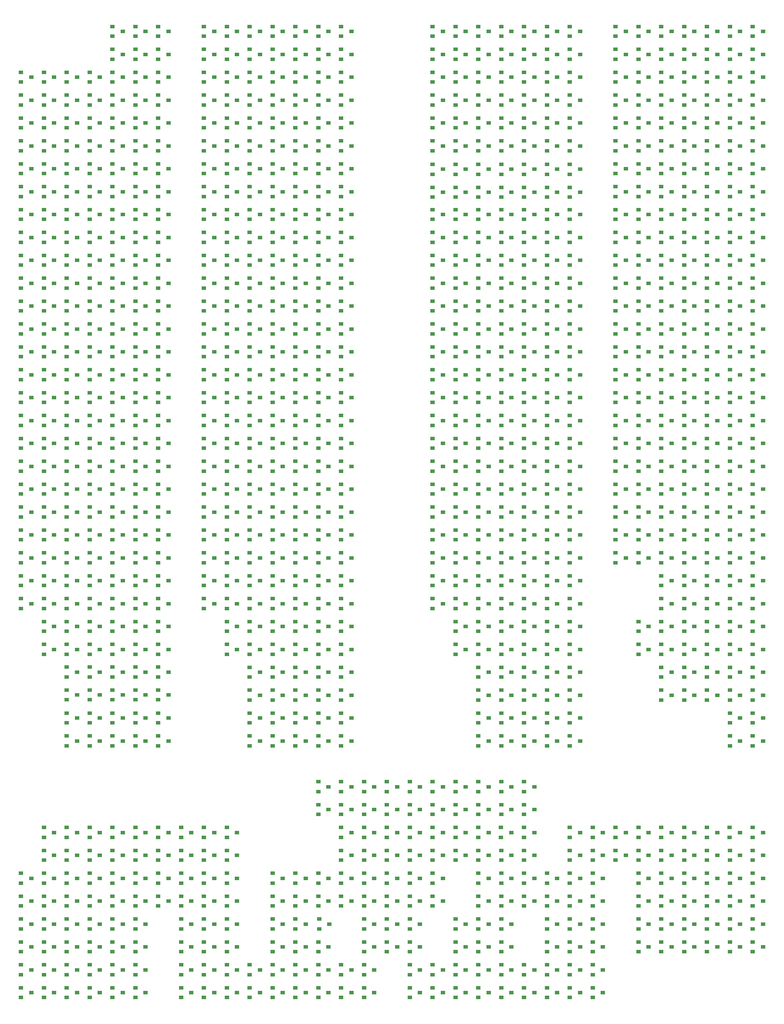
<source format=gbr>
%TF.GenerationSoftware,KiCad,Pcbnew,(5.1.9)-1*%
%TF.CreationDate,2021-05-23T14:49:51+02:00*%
%TF.ProjectId,Engine,456e6769-6e65-42e6-9b69-6361645f7063,v1.0*%
%TF.SameCoordinates,Original*%
%TF.FileFunction,Paste,Top*%
%TF.FilePolarity,Positive*%
%FSLAX46Y46*%
G04 Gerber Fmt 4.6, Leading zero omitted, Abs format (unit mm)*
G04 Created by KiCad (PCBNEW (5.1.9)-1) date 2021-05-23 14:49:51*
%MOMM*%
%LPD*%
G01*
G04 APERTURE LIST*
%ADD10R,0.900000X0.800000*%
G04 APERTURE END LIST*
D10*
%TO.C,Q277*%
X122285000Y-114935000D03*
X120285000Y-115885000D03*
X120285000Y-113985000D03*
%TD*%
%TO.C,Q910*%
X126730000Y-30585000D03*
X124730000Y-31535000D03*
X124730000Y-29635000D03*
%TD*%
%TO.C,Q909*%
X126730000Y-26140000D03*
X124730000Y-27090000D03*
X124730000Y-25190000D03*
%TD*%
%TO.C,Q1056*%
X162290000Y-12700000D03*
X160290000Y-13650000D03*
X160290000Y-11750000D03*
%TD*%
%TO.C,Q1055*%
X162290000Y-8255000D03*
X160290000Y-9205000D03*
X160290000Y-7305000D03*
%TD*%
%TO.C,Q395*%
X126730000Y-106045000D03*
X124730000Y-106995000D03*
X124730000Y-105095000D03*
%TD*%
%TO.C,Q396*%
X126730000Y-110490000D03*
X124730000Y-111440000D03*
X124730000Y-109540000D03*
%TD*%
%TO.C,Q1074*%
X42275000Y-21590000D03*
X40275000Y-22540000D03*
X40275000Y-20640000D03*
%TD*%
%TO.C,Q1073*%
X42275000Y-17145000D03*
X40275000Y-18095000D03*
X40275000Y-16195000D03*
%TD*%
%TO.C,Q1072*%
X37830000Y-17145000D03*
X35830000Y-18095000D03*
X35830000Y-16195000D03*
%TD*%
%TO.C,Q1071*%
X37830000Y-21590000D03*
X35830000Y-22540000D03*
X35830000Y-20640000D03*
%TD*%
%TO.C,Q1070*%
X46720000Y-21590000D03*
X44720000Y-22540000D03*
X44720000Y-20640000D03*
%TD*%
%TO.C,Q1069*%
X46720000Y-17145000D03*
X44720000Y-18095000D03*
X44720000Y-16195000D03*
%TD*%
%TO.C,Q1068*%
X33385000Y-21590000D03*
X31385000Y-22540000D03*
X31385000Y-20640000D03*
%TD*%
%TO.C,Q1067*%
X28940000Y-21590000D03*
X26940000Y-22540000D03*
X26940000Y-20640000D03*
%TD*%
%TO.C,Q1066*%
X33385000Y-17145000D03*
X31385000Y-18095000D03*
X31385000Y-16195000D03*
%TD*%
%TO.C,Q1065*%
X28940000Y-17145000D03*
X26940000Y-18095000D03*
X26940000Y-16195000D03*
%TD*%
%TO.C,Q1064*%
X24495000Y-17145000D03*
X22495000Y-18095000D03*
X22495000Y-16195000D03*
%TD*%
%TO.C,Q1063*%
X20050000Y-17145000D03*
X18050000Y-18095000D03*
X18050000Y-16195000D03*
%TD*%
%TO.C,Q1062*%
X24495000Y-21590000D03*
X22495000Y-22540000D03*
X22495000Y-20640000D03*
%TD*%
%TO.C,Q1061*%
X20050000Y-21590000D03*
X18050000Y-22540000D03*
X18050000Y-20640000D03*
%TD*%
%TO.C,Q1060*%
X157845000Y-12700000D03*
X155845000Y-13650000D03*
X155845000Y-11750000D03*
%TD*%
%TO.C,Q1059*%
X157845000Y-8255000D03*
X155845000Y-9205000D03*
X155845000Y-7305000D03*
%TD*%
%TO.C,Q1058*%
X153400000Y-8255000D03*
X151400000Y-9205000D03*
X151400000Y-7305000D03*
%TD*%
%TO.C,Q1057*%
X153400000Y-12700000D03*
X151400000Y-13650000D03*
X151400000Y-11750000D03*
%TD*%
%TO.C,Q1054*%
X148955000Y-12700000D03*
X146955000Y-13650000D03*
X146955000Y-11750000D03*
%TD*%
%TO.C,Q1053*%
X144510000Y-12700000D03*
X142510000Y-13650000D03*
X142510000Y-11750000D03*
%TD*%
%TO.C,Q1052*%
X148955000Y-8255000D03*
X146955000Y-9205000D03*
X146955000Y-7305000D03*
%TD*%
%TO.C,Q1051*%
X144510000Y-8255000D03*
X142510000Y-9205000D03*
X142510000Y-7305000D03*
%TD*%
%TO.C,Q1050*%
X140065000Y-8255000D03*
X138065000Y-9205000D03*
X138065000Y-7305000D03*
%TD*%
%TO.C,Q1049*%
X135620000Y-8255000D03*
X133620000Y-9205000D03*
X133620000Y-7305000D03*
%TD*%
%TO.C,Q1048*%
X140065000Y-12700000D03*
X138065000Y-13650000D03*
X138065000Y-11750000D03*
%TD*%
%TO.C,Q1047*%
X135620000Y-12700000D03*
X133620000Y-13650000D03*
X133620000Y-11750000D03*
%TD*%
%TO.C,Q1046*%
X122285000Y-12700000D03*
X120285000Y-13650000D03*
X120285000Y-11750000D03*
%TD*%
%TO.C,Q1045*%
X122285000Y-8255000D03*
X120285000Y-9205000D03*
X120285000Y-7305000D03*
%TD*%
%TO.C,Q1044*%
X117840000Y-8255000D03*
X115840000Y-9205000D03*
X115840000Y-7305000D03*
%TD*%
%TO.C,Q1043*%
X117840000Y-12700000D03*
X115840000Y-13650000D03*
X115840000Y-11750000D03*
%TD*%
%TO.C,Q1042*%
X126730000Y-12700000D03*
X124730000Y-13650000D03*
X124730000Y-11750000D03*
%TD*%
%TO.C,Q1041*%
X126730000Y-8255000D03*
X124730000Y-9205000D03*
X124730000Y-7305000D03*
%TD*%
%TO.C,Q1040*%
X113395000Y-12700000D03*
X111395000Y-13650000D03*
X111395000Y-11750000D03*
%TD*%
%TO.C,Q1039*%
X108950000Y-12700000D03*
X106950000Y-13650000D03*
X106950000Y-11750000D03*
%TD*%
%TO.C,Q1038*%
X113395000Y-8255000D03*
X111395000Y-9205000D03*
X111395000Y-7305000D03*
%TD*%
%TO.C,Q1037*%
X108950000Y-8255000D03*
X106950000Y-9205000D03*
X106950000Y-7305000D03*
%TD*%
%TO.C,Q1036*%
X104505000Y-8255000D03*
X102505000Y-9205000D03*
X102505000Y-7305000D03*
%TD*%
%TO.C,Q1035*%
X100060000Y-8255000D03*
X98060000Y-9205000D03*
X98060000Y-7305000D03*
%TD*%
%TO.C,Q1034*%
X104505000Y-12700000D03*
X102505000Y-13650000D03*
X102505000Y-11750000D03*
%TD*%
%TO.C,Q1033*%
X100060000Y-12700000D03*
X98060000Y-13650000D03*
X98060000Y-11750000D03*
%TD*%
%TO.C,Q1032*%
X77835000Y-12700000D03*
X75835000Y-13650000D03*
X75835000Y-11750000D03*
%TD*%
%TO.C,Q1031*%
X77835000Y-8255000D03*
X75835000Y-9205000D03*
X75835000Y-7305000D03*
%TD*%
%TO.C,Q1030*%
X73390000Y-8255000D03*
X71390000Y-9205000D03*
X71390000Y-7305000D03*
%TD*%
%TO.C,Q1029*%
X73390000Y-12700000D03*
X71390000Y-13650000D03*
X71390000Y-11750000D03*
%TD*%
%TO.C,Q1028*%
X82280000Y-12700000D03*
X80280000Y-13650000D03*
X80280000Y-11750000D03*
%TD*%
%TO.C,Q1027*%
X82280000Y-8255000D03*
X80280000Y-9205000D03*
X80280000Y-7305000D03*
%TD*%
%TO.C,Q1026*%
X68945000Y-12700000D03*
X66945000Y-13650000D03*
X66945000Y-11750000D03*
%TD*%
%TO.C,Q1025*%
X64500000Y-12700000D03*
X62500000Y-13650000D03*
X62500000Y-11750000D03*
%TD*%
%TO.C,Q1024*%
X68945000Y-8255000D03*
X66945000Y-9205000D03*
X66945000Y-7305000D03*
%TD*%
%TO.C,Q1023*%
X64500000Y-8255000D03*
X62500000Y-9205000D03*
X62500000Y-7305000D03*
%TD*%
%TO.C,Q1022*%
X60055000Y-8255000D03*
X58055000Y-9205000D03*
X58055000Y-7305000D03*
%TD*%
%TO.C,Q1021*%
X55610000Y-8255000D03*
X53610000Y-9205000D03*
X53610000Y-7305000D03*
%TD*%
%TO.C,Q1020*%
X60055000Y-12700000D03*
X58055000Y-13650000D03*
X58055000Y-11750000D03*
%TD*%
%TO.C,Q1019*%
X55610000Y-12700000D03*
X53610000Y-13650000D03*
X53610000Y-11750000D03*
%TD*%
%TO.C,Q1018*%
X42275000Y-12700000D03*
X40275000Y-13650000D03*
X40275000Y-11750000D03*
%TD*%
%TO.C,Q1017*%
X42275000Y-8255000D03*
X40275000Y-9205000D03*
X40275000Y-7305000D03*
%TD*%
%TO.C,Q1016*%
X37830000Y-8255000D03*
X35830000Y-9205000D03*
X35830000Y-7305000D03*
%TD*%
%TO.C,Q1015*%
X37830000Y-12700000D03*
X35830000Y-13650000D03*
X35830000Y-11750000D03*
%TD*%
%TO.C,Q1014*%
X46720000Y-12700000D03*
X44720000Y-13650000D03*
X44720000Y-11750000D03*
%TD*%
%TO.C,Q1013*%
X46720000Y-8255000D03*
X44720000Y-9205000D03*
X44720000Y-7305000D03*
%TD*%
%TO.C,Q1012*%
X33385000Y-12700000D03*
X31385000Y-13650000D03*
X31385000Y-11750000D03*
%TD*%
%TO.C,Q1011*%
X28940000Y-12700000D03*
X26940000Y-13650000D03*
X26940000Y-11750000D03*
%TD*%
%TO.C,Q1010*%
X33385000Y-8255000D03*
X31385000Y-9205000D03*
X31385000Y-7305000D03*
%TD*%
%TO.C,Q1009*%
X28940000Y-8255000D03*
X26940000Y-9205000D03*
X26940000Y-7305000D03*
%TD*%
%TO.C,Q1008*%
X24495000Y-8255000D03*
X22495000Y-9205000D03*
X22495000Y-7305000D03*
%TD*%
%TO.C,Q1007*%
X20050000Y-8255000D03*
X18050000Y-9205000D03*
X18050000Y-7305000D03*
%TD*%
%TO.C,Q1006*%
X24495000Y-12700000D03*
X22495000Y-13650000D03*
X22495000Y-11750000D03*
%TD*%
%TO.C,Q1005*%
X20050000Y-12700000D03*
X18050000Y-13650000D03*
X18050000Y-11750000D03*
%TD*%
%TO.C,Q1004*%
X157845000Y-3810000D03*
X155845000Y-4760000D03*
X155845000Y-2860000D03*
%TD*%
%TO.C,Q1003*%
X157845000Y635000D03*
X155845000Y-315000D03*
X155845000Y1585000D03*
%TD*%
%TO.C,Q1002*%
X153400000Y635000D03*
X151400000Y-315000D03*
X151400000Y1585000D03*
%TD*%
%TO.C,Q1001*%
X153400000Y-3810000D03*
X151400000Y-4760000D03*
X151400000Y-2860000D03*
%TD*%
%TO.C,Q1000*%
X162290000Y-3810000D03*
X160290000Y-4760000D03*
X160290000Y-2860000D03*
%TD*%
%TO.C,Q999*%
X162290000Y635000D03*
X160290000Y-315000D03*
X160290000Y1585000D03*
%TD*%
%TO.C,Q998*%
X148955000Y-3810000D03*
X146955000Y-4760000D03*
X146955000Y-2860000D03*
%TD*%
%TO.C,Q997*%
X144510000Y-3810000D03*
X142510000Y-4760000D03*
X142510000Y-2860000D03*
%TD*%
%TO.C,Q996*%
X148955000Y635000D03*
X146955000Y-315000D03*
X146955000Y1585000D03*
%TD*%
%TO.C,Q995*%
X144510000Y635000D03*
X142510000Y-315000D03*
X142510000Y1585000D03*
%TD*%
%TO.C,Q994*%
X140065000Y635000D03*
X138065000Y-315000D03*
X138065000Y1585000D03*
%TD*%
%TO.C,Q993*%
X135620000Y635000D03*
X133620000Y-315000D03*
X133620000Y1585000D03*
%TD*%
%TO.C,Q992*%
X140065000Y-3810000D03*
X138065000Y-4760000D03*
X138065000Y-2860000D03*
%TD*%
%TO.C,Q991*%
X135620000Y-3810000D03*
X133620000Y-4760000D03*
X133620000Y-2860000D03*
%TD*%
%TO.C,Q990*%
X122285000Y-3810000D03*
X120285000Y-4760000D03*
X120285000Y-2860000D03*
%TD*%
%TO.C,Q989*%
X122285000Y635000D03*
X120285000Y-315000D03*
X120285000Y1585000D03*
%TD*%
%TO.C,Q988*%
X117840000Y635000D03*
X115840000Y-315000D03*
X115840000Y1585000D03*
%TD*%
%TO.C,Q987*%
X117840000Y-3810000D03*
X115840000Y-4760000D03*
X115840000Y-2860000D03*
%TD*%
%TO.C,Q986*%
X126730000Y-3810000D03*
X124730000Y-4760000D03*
X124730000Y-2860000D03*
%TD*%
%TO.C,Q985*%
X126730000Y635000D03*
X124730000Y-315000D03*
X124730000Y1585000D03*
%TD*%
%TO.C,Q984*%
X113395000Y-3810000D03*
X111395000Y-4760000D03*
X111395000Y-2860000D03*
%TD*%
%TO.C,Q983*%
X108950000Y-3810000D03*
X106950000Y-4760000D03*
X106950000Y-2860000D03*
%TD*%
%TO.C,Q982*%
X113395000Y635000D03*
X111395000Y-315000D03*
X111395000Y1585000D03*
%TD*%
%TO.C,Q981*%
X108950000Y635000D03*
X106950000Y-315000D03*
X106950000Y1585000D03*
%TD*%
%TO.C,Q980*%
X104505000Y635000D03*
X102505000Y-315000D03*
X102505000Y1585000D03*
%TD*%
%TO.C,Q979*%
X100060000Y635000D03*
X98060000Y-315000D03*
X98060000Y1585000D03*
%TD*%
%TO.C,Q978*%
X104505000Y-3810000D03*
X102505000Y-4760000D03*
X102505000Y-2860000D03*
%TD*%
%TO.C,Q977*%
X100060000Y-3810000D03*
X98060000Y-4760000D03*
X98060000Y-2860000D03*
%TD*%
%TO.C,Q956*%
X77835000Y-39370000D03*
X75835000Y-40320000D03*
X75835000Y-38420000D03*
%TD*%
%TO.C,Q955*%
X77835000Y-34925000D03*
X75835000Y-35875000D03*
X75835000Y-33975000D03*
%TD*%
%TO.C,Q954*%
X73390000Y-34925000D03*
X71390000Y-35875000D03*
X71390000Y-33975000D03*
%TD*%
%TO.C,Q953*%
X73390000Y-39370000D03*
X71390000Y-40320000D03*
X71390000Y-38420000D03*
%TD*%
%TO.C,Q952*%
X82280000Y-39370000D03*
X80280000Y-40320000D03*
X80280000Y-38420000D03*
%TD*%
%TO.C,Q951*%
X82280000Y-34925000D03*
X80280000Y-35875000D03*
X80280000Y-33975000D03*
%TD*%
%TO.C,Q950*%
X68945000Y-39370000D03*
X66945000Y-40320000D03*
X66945000Y-38420000D03*
%TD*%
%TO.C,Q949*%
X64500000Y-39370000D03*
X62500000Y-40320000D03*
X62500000Y-38420000D03*
%TD*%
%TO.C,Q948*%
X68945000Y-34925000D03*
X66945000Y-35875000D03*
X66945000Y-33975000D03*
%TD*%
%TO.C,Q947*%
X64500000Y-34925000D03*
X62500000Y-35875000D03*
X62500000Y-33975000D03*
%TD*%
%TO.C,Q946*%
X60055000Y-34925000D03*
X58055000Y-35875000D03*
X58055000Y-33975000D03*
%TD*%
%TO.C,Q945*%
X55610000Y-34925000D03*
X53610000Y-35875000D03*
X53610000Y-33975000D03*
%TD*%
%TO.C,Q944*%
X60055000Y-39370000D03*
X58055000Y-40320000D03*
X58055000Y-38420000D03*
%TD*%
%TO.C,Q943*%
X55610000Y-39370000D03*
X53610000Y-40320000D03*
X53610000Y-38420000D03*
%TD*%
%TO.C,Q942*%
X42275000Y-39370000D03*
X40275000Y-40320000D03*
X40275000Y-38420000D03*
%TD*%
%TO.C,Q941*%
X42275000Y-34925000D03*
X40275000Y-35875000D03*
X40275000Y-33975000D03*
%TD*%
%TO.C,Q940*%
X37830000Y-34925000D03*
X35830000Y-35875000D03*
X35830000Y-33975000D03*
%TD*%
%TO.C,Q939*%
X37830000Y-39370000D03*
X35830000Y-40320000D03*
X35830000Y-38420000D03*
%TD*%
%TO.C,Q938*%
X46720000Y-39370000D03*
X44720000Y-40320000D03*
X44720000Y-38420000D03*
%TD*%
%TO.C,Q937*%
X46720000Y-34925000D03*
X44720000Y-35875000D03*
X44720000Y-33975000D03*
%TD*%
%TO.C,Q936*%
X33385000Y-39370000D03*
X31385000Y-40320000D03*
X31385000Y-38420000D03*
%TD*%
%TO.C,Q935*%
X28940000Y-39370000D03*
X26940000Y-40320000D03*
X26940000Y-38420000D03*
%TD*%
%TO.C,Q934*%
X33385000Y-34925000D03*
X31385000Y-35875000D03*
X31385000Y-33975000D03*
%TD*%
%TO.C,Q933*%
X28940000Y-34925000D03*
X26940000Y-35875000D03*
X26940000Y-33975000D03*
%TD*%
%TO.C,Q932*%
X24495000Y-34925000D03*
X22495000Y-35875000D03*
X22495000Y-33975000D03*
%TD*%
%TO.C,Q931*%
X20050000Y-34925000D03*
X18050000Y-35875000D03*
X18050000Y-33975000D03*
%TD*%
%TO.C,Q930*%
X24495000Y-39370000D03*
X22495000Y-40320000D03*
X22495000Y-38420000D03*
%TD*%
%TO.C,Q929*%
X20050000Y-39370000D03*
X18050000Y-40320000D03*
X18050000Y-38420000D03*
%TD*%
%TO.C,Q928*%
X157845000Y-30480000D03*
X155845000Y-31430000D03*
X155845000Y-29530000D03*
%TD*%
%TO.C,Q927*%
X157845000Y-26035000D03*
X155845000Y-26985000D03*
X155845000Y-25085000D03*
%TD*%
%TO.C,Q926*%
X153400000Y-26035000D03*
X151400000Y-26985000D03*
X151400000Y-25085000D03*
%TD*%
%TO.C,Q925*%
X153400000Y-30480000D03*
X151400000Y-31430000D03*
X151400000Y-29530000D03*
%TD*%
%TO.C,Q924*%
X162290000Y-30480000D03*
X160290000Y-31430000D03*
X160290000Y-29530000D03*
%TD*%
%TO.C,Q923*%
X162290000Y-26035000D03*
X160290000Y-26985000D03*
X160290000Y-25085000D03*
%TD*%
%TO.C,Q922*%
X148955000Y-30480000D03*
X146955000Y-31430000D03*
X146955000Y-29530000D03*
%TD*%
%TO.C,Q921*%
X144510000Y-30480000D03*
X142510000Y-31430000D03*
X142510000Y-29530000D03*
%TD*%
%TO.C,Q920*%
X148955000Y-26035000D03*
X146955000Y-26985000D03*
X146955000Y-25085000D03*
%TD*%
%TO.C,Q919*%
X144510000Y-26035000D03*
X142510000Y-26985000D03*
X142510000Y-25085000D03*
%TD*%
%TO.C,Q918*%
X140065000Y-26035000D03*
X138065000Y-26985000D03*
X138065000Y-25085000D03*
%TD*%
%TO.C,Q917*%
X135620000Y-26035000D03*
X133620000Y-26985000D03*
X133620000Y-25085000D03*
%TD*%
%TO.C,Q916*%
X140065000Y-30480000D03*
X138065000Y-31430000D03*
X138065000Y-29530000D03*
%TD*%
%TO.C,Q915*%
X135620000Y-30480000D03*
X133620000Y-31430000D03*
X133620000Y-29530000D03*
%TD*%
%TO.C,Q914*%
X122285000Y-30585000D03*
X120285000Y-31535000D03*
X120285000Y-29635000D03*
%TD*%
%TO.C,Q913*%
X122285000Y-26140000D03*
X120285000Y-27090000D03*
X120285000Y-25190000D03*
%TD*%
%TO.C,Q912*%
X117840000Y-26140000D03*
X115840000Y-27090000D03*
X115840000Y-25190000D03*
%TD*%
%TO.C,Q911*%
X117840000Y-30585000D03*
X115840000Y-31535000D03*
X115840000Y-29635000D03*
%TD*%
%TO.C,Q908*%
X113395000Y-30585000D03*
X111395000Y-31535000D03*
X111395000Y-29635000D03*
%TD*%
%TO.C,Q907*%
X108950000Y-30585000D03*
X106950000Y-31535000D03*
X106950000Y-29635000D03*
%TD*%
%TO.C,Q906*%
X113395000Y-26140000D03*
X111395000Y-27090000D03*
X111395000Y-25190000D03*
%TD*%
%TO.C,Q905*%
X108950000Y-26140000D03*
X106950000Y-27090000D03*
X106950000Y-25190000D03*
%TD*%
%TO.C,Q904*%
X104505000Y-26140000D03*
X102505000Y-27090000D03*
X102505000Y-25190000D03*
%TD*%
%TO.C,Q903*%
X100060000Y-26140000D03*
X98060000Y-27090000D03*
X98060000Y-25190000D03*
%TD*%
%TO.C,Q902*%
X104505000Y-30585000D03*
X102505000Y-31535000D03*
X102505000Y-29635000D03*
%TD*%
%TO.C,Q901*%
X100060000Y-30585000D03*
X98060000Y-31535000D03*
X98060000Y-29635000D03*
%TD*%
%TO.C,Q900*%
X77835000Y-30480000D03*
X75835000Y-31430000D03*
X75835000Y-29530000D03*
%TD*%
%TO.C,Q899*%
X77835000Y-26035000D03*
X75835000Y-26985000D03*
X75835000Y-25085000D03*
%TD*%
%TO.C,Q898*%
X73390000Y-26035000D03*
X71390000Y-26985000D03*
X71390000Y-25085000D03*
%TD*%
%TO.C,Q897*%
X73390000Y-30480000D03*
X71390000Y-31430000D03*
X71390000Y-29530000D03*
%TD*%
%TO.C,Q896*%
X82280000Y-30480000D03*
X80280000Y-31430000D03*
X80280000Y-29530000D03*
%TD*%
%TO.C,Q895*%
X82280000Y-26035000D03*
X80280000Y-26985000D03*
X80280000Y-25085000D03*
%TD*%
%TO.C,Q894*%
X68945000Y-30480000D03*
X66945000Y-31430000D03*
X66945000Y-29530000D03*
%TD*%
%TO.C,Q893*%
X64500000Y-30480000D03*
X62500000Y-31430000D03*
X62500000Y-29530000D03*
%TD*%
%TO.C,Q892*%
X68945000Y-26035000D03*
X66945000Y-26985000D03*
X66945000Y-25085000D03*
%TD*%
%TO.C,Q891*%
X64500000Y-26035000D03*
X62500000Y-26985000D03*
X62500000Y-25085000D03*
%TD*%
%TO.C,Q890*%
X60055000Y-26035000D03*
X58055000Y-26985000D03*
X58055000Y-25085000D03*
%TD*%
%TO.C,Q889*%
X55610000Y-26035000D03*
X53610000Y-26985000D03*
X53610000Y-25085000D03*
%TD*%
%TO.C,Q888*%
X60055000Y-30480000D03*
X58055000Y-31430000D03*
X58055000Y-29530000D03*
%TD*%
%TO.C,Q887*%
X55610000Y-30480000D03*
X53610000Y-31430000D03*
X53610000Y-29530000D03*
%TD*%
%TO.C,Q886*%
X42275000Y-30480000D03*
X40275000Y-31430000D03*
X40275000Y-29530000D03*
%TD*%
%TO.C,Q885*%
X42275000Y-26035000D03*
X40275000Y-26985000D03*
X40275000Y-25085000D03*
%TD*%
%TO.C,Q884*%
X37830000Y-26035000D03*
X35830000Y-26985000D03*
X35830000Y-25085000D03*
%TD*%
%TO.C,Q883*%
X37830000Y-30480000D03*
X35830000Y-31430000D03*
X35830000Y-29530000D03*
%TD*%
%TO.C,Q882*%
X46720000Y-30480000D03*
X44720000Y-31430000D03*
X44720000Y-29530000D03*
%TD*%
%TO.C,Q881*%
X46720000Y-26035000D03*
X44720000Y-26985000D03*
X44720000Y-25085000D03*
%TD*%
%TO.C,Q880*%
X33385000Y-30480000D03*
X31385000Y-31430000D03*
X31385000Y-29530000D03*
%TD*%
%TO.C,Q879*%
X28940000Y-30480000D03*
X26940000Y-31430000D03*
X26940000Y-29530000D03*
%TD*%
%TO.C,Q878*%
X33385000Y-26035000D03*
X31385000Y-26985000D03*
X31385000Y-25085000D03*
%TD*%
%TO.C,Q877*%
X28940000Y-26035000D03*
X26940000Y-26985000D03*
X26940000Y-25085000D03*
%TD*%
%TO.C,Q876*%
X24495000Y-26035000D03*
X22495000Y-26985000D03*
X22495000Y-25085000D03*
%TD*%
%TO.C,Q875*%
X20050000Y-26035000D03*
X18050000Y-26985000D03*
X18050000Y-25085000D03*
%TD*%
%TO.C,Q874*%
X24495000Y-30480000D03*
X22495000Y-31430000D03*
X22495000Y-29530000D03*
%TD*%
%TO.C,Q873*%
X20050000Y-30480000D03*
X18050000Y-31430000D03*
X18050000Y-29530000D03*
%TD*%
%TO.C,Q872*%
X157845000Y-21590000D03*
X155845000Y-22540000D03*
X155845000Y-20640000D03*
%TD*%
%TO.C,Q871*%
X157845000Y-17145000D03*
X155845000Y-18095000D03*
X155845000Y-16195000D03*
%TD*%
%TO.C,Q870*%
X153400000Y-17145000D03*
X151400000Y-18095000D03*
X151400000Y-16195000D03*
%TD*%
%TO.C,Q869*%
X153400000Y-21590000D03*
X151400000Y-22540000D03*
X151400000Y-20640000D03*
%TD*%
%TO.C,Q868*%
X162290000Y-21590000D03*
X160290000Y-22540000D03*
X160290000Y-20640000D03*
%TD*%
%TO.C,Q867*%
X162290000Y-17145000D03*
X160290000Y-18095000D03*
X160290000Y-16195000D03*
%TD*%
%TO.C,Q866*%
X148955000Y-21590000D03*
X146955000Y-22540000D03*
X146955000Y-20640000D03*
%TD*%
%TO.C,Q865*%
X144510000Y-21590000D03*
X142510000Y-22540000D03*
X142510000Y-20640000D03*
%TD*%
%TO.C,Q864*%
X148955000Y-17145000D03*
X146955000Y-18095000D03*
X146955000Y-16195000D03*
%TD*%
%TO.C,Q863*%
X144510000Y-17145000D03*
X142510000Y-18095000D03*
X142510000Y-16195000D03*
%TD*%
%TO.C,Q862*%
X140065000Y-17145000D03*
X138065000Y-18095000D03*
X138065000Y-16195000D03*
%TD*%
%TO.C,Q861*%
X135620000Y-17145000D03*
X133620000Y-18095000D03*
X133620000Y-16195000D03*
%TD*%
%TO.C,Q860*%
X140065000Y-21590000D03*
X138065000Y-22540000D03*
X138065000Y-20640000D03*
%TD*%
%TO.C,Q859*%
X135620000Y-21590000D03*
X133620000Y-22540000D03*
X133620000Y-20640000D03*
%TD*%
%TO.C,Q858*%
X122285000Y-21590000D03*
X120285000Y-22540000D03*
X120285000Y-20640000D03*
%TD*%
%TO.C,Q857*%
X122285000Y-17145000D03*
X120285000Y-18095000D03*
X120285000Y-16195000D03*
%TD*%
%TO.C,Q856*%
X117840000Y-17145000D03*
X115840000Y-18095000D03*
X115840000Y-16195000D03*
%TD*%
%TO.C,Q855*%
X117840000Y-21590000D03*
X115840000Y-22540000D03*
X115840000Y-20640000D03*
%TD*%
%TO.C,Q854*%
X126730000Y-21590000D03*
X124730000Y-22540000D03*
X124730000Y-20640000D03*
%TD*%
%TO.C,Q853*%
X126730000Y-17145000D03*
X124730000Y-18095000D03*
X124730000Y-16195000D03*
%TD*%
%TO.C,Q852*%
X113395000Y-21590000D03*
X111395000Y-22540000D03*
X111395000Y-20640000D03*
%TD*%
%TO.C,Q851*%
X108950000Y-21590000D03*
X106950000Y-22540000D03*
X106950000Y-20640000D03*
%TD*%
%TO.C,Q850*%
X113395000Y-17145000D03*
X111395000Y-18095000D03*
X111395000Y-16195000D03*
%TD*%
%TO.C,Q849*%
X108950000Y-17145000D03*
X106950000Y-18095000D03*
X106950000Y-16195000D03*
%TD*%
%TO.C,Q848*%
X104505000Y-17145000D03*
X102505000Y-18095000D03*
X102505000Y-16195000D03*
%TD*%
%TO.C,Q847*%
X100060000Y-17145000D03*
X98060000Y-18095000D03*
X98060000Y-16195000D03*
%TD*%
%TO.C,Q846*%
X104505000Y-21590000D03*
X102505000Y-22540000D03*
X102505000Y-20640000D03*
%TD*%
%TO.C,Q845*%
X100060000Y-21590000D03*
X98060000Y-22540000D03*
X98060000Y-20640000D03*
%TD*%
%TO.C,Q844*%
X77835000Y-21590000D03*
X75835000Y-22540000D03*
X75835000Y-20640000D03*
%TD*%
%TO.C,Q843*%
X77835000Y-17145000D03*
X75835000Y-18095000D03*
X75835000Y-16195000D03*
%TD*%
%TO.C,Q842*%
X73390000Y-17145000D03*
X71390000Y-18095000D03*
X71390000Y-16195000D03*
%TD*%
%TO.C,Q841*%
X73390000Y-21590000D03*
X71390000Y-22540000D03*
X71390000Y-20640000D03*
%TD*%
%TO.C,Q840*%
X82280000Y-21590000D03*
X80280000Y-22540000D03*
X80280000Y-20640000D03*
%TD*%
%TO.C,Q839*%
X82280000Y-17145000D03*
X80280000Y-18095000D03*
X80280000Y-16195000D03*
%TD*%
%TO.C,Q838*%
X68945000Y-21590000D03*
X66945000Y-22540000D03*
X66945000Y-20640000D03*
%TD*%
%TO.C,Q837*%
X64500000Y-21590000D03*
X62500000Y-22540000D03*
X62500000Y-20640000D03*
%TD*%
%TO.C,Q836*%
X68945000Y-17145000D03*
X66945000Y-18095000D03*
X66945000Y-16195000D03*
%TD*%
%TO.C,Q835*%
X64500000Y-17145000D03*
X62500000Y-18095000D03*
X62500000Y-16195000D03*
%TD*%
%TO.C,Q834*%
X60055000Y-17145000D03*
X58055000Y-18095000D03*
X58055000Y-16195000D03*
%TD*%
%TO.C,Q833*%
X55610000Y-17145000D03*
X53610000Y-18095000D03*
X53610000Y-16195000D03*
%TD*%
%TO.C,Q832*%
X60055000Y-21590000D03*
X58055000Y-22540000D03*
X58055000Y-20640000D03*
%TD*%
%TO.C,Q831*%
X55610000Y-21590000D03*
X53610000Y-22540000D03*
X53610000Y-20640000D03*
%TD*%
%TO.C,Q830*%
X157845000Y-48260000D03*
X155845000Y-49210000D03*
X155845000Y-47310000D03*
%TD*%
%TO.C,Q829*%
X157845000Y-43815000D03*
X155845000Y-44765000D03*
X155845000Y-42865000D03*
%TD*%
%TO.C,Q828*%
X153400000Y-43815000D03*
X151400000Y-44765000D03*
X151400000Y-42865000D03*
%TD*%
%TO.C,Q827*%
X153400000Y-48260000D03*
X151400000Y-49210000D03*
X151400000Y-47310000D03*
%TD*%
%TO.C,Q826*%
X162290000Y-48260000D03*
X160290000Y-49210000D03*
X160290000Y-47310000D03*
%TD*%
%TO.C,Q825*%
X162290000Y-43815000D03*
X160290000Y-44765000D03*
X160290000Y-42865000D03*
%TD*%
%TO.C,Q824*%
X148955000Y-48260000D03*
X146955000Y-49210000D03*
X146955000Y-47310000D03*
%TD*%
%TO.C,Q823*%
X144510000Y-48260000D03*
X142510000Y-49210000D03*
X142510000Y-47310000D03*
%TD*%
%TO.C,Q822*%
X148955000Y-43815000D03*
X146955000Y-44765000D03*
X146955000Y-42865000D03*
%TD*%
%TO.C,Q821*%
X144510000Y-43815000D03*
X142510000Y-44765000D03*
X142510000Y-42865000D03*
%TD*%
%TO.C,Q820*%
X140065000Y-43815000D03*
X138065000Y-44765000D03*
X138065000Y-42865000D03*
%TD*%
%TO.C,Q819*%
X135620000Y-43815000D03*
X133620000Y-44765000D03*
X133620000Y-42865000D03*
%TD*%
%TO.C,Q818*%
X140065000Y-48260000D03*
X138065000Y-49210000D03*
X138065000Y-47310000D03*
%TD*%
%TO.C,Q817*%
X135620000Y-48260000D03*
X133620000Y-49210000D03*
X133620000Y-47310000D03*
%TD*%
%TO.C,Q816*%
X122285000Y-48260000D03*
X120285000Y-49210000D03*
X120285000Y-47310000D03*
%TD*%
%TO.C,Q815*%
X122285000Y-43815000D03*
X120285000Y-44765000D03*
X120285000Y-42865000D03*
%TD*%
%TO.C,Q814*%
X117840000Y-43815000D03*
X115840000Y-44765000D03*
X115840000Y-42865000D03*
%TD*%
%TO.C,Q813*%
X117840000Y-48260000D03*
X115840000Y-49210000D03*
X115840000Y-47310000D03*
%TD*%
%TO.C,Q812*%
X126730000Y-48260000D03*
X124730000Y-49210000D03*
X124730000Y-47310000D03*
%TD*%
%TO.C,Q811*%
X126730000Y-43815000D03*
X124730000Y-44765000D03*
X124730000Y-42865000D03*
%TD*%
%TO.C,Q810*%
X113395000Y-48260000D03*
X111395000Y-49210000D03*
X111395000Y-47310000D03*
%TD*%
%TO.C,Q809*%
X108950000Y-48260000D03*
X106950000Y-49210000D03*
X106950000Y-47310000D03*
%TD*%
%TO.C,Q808*%
X113395000Y-43815000D03*
X111395000Y-44765000D03*
X111395000Y-42865000D03*
%TD*%
%TO.C,Q807*%
X108950000Y-43815000D03*
X106950000Y-44765000D03*
X106950000Y-42865000D03*
%TD*%
%TO.C,Q806*%
X104505000Y-43815000D03*
X102505000Y-44765000D03*
X102505000Y-42865000D03*
%TD*%
%TO.C,Q805*%
X100060000Y-43815000D03*
X98060000Y-44765000D03*
X98060000Y-42865000D03*
%TD*%
%TO.C,Q804*%
X104505000Y-48260000D03*
X102505000Y-49210000D03*
X102505000Y-47310000D03*
%TD*%
%TO.C,Q803*%
X100060000Y-48260000D03*
X98060000Y-49210000D03*
X98060000Y-47310000D03*
%TD*%
%TO.C,Q802*%
X77835000Y-48260000D03*
X75835000Y-49210000D03*
X75835000Y-47310000D03*
%TD*%
%TO.C,Q801*%
X77835000Y-43815000D03*
X75835000Y-44765000D03*
X75835000Y-42865000D03*
%TD*%
%TO.C,Q800*%
X73390000Y-43815000D03*
X71390000Y-44765000D03*
X71390000Y-42865000D03*
%TD*%
%TO.C,Q799*%
X73390000Y-48260000D03*
X71390000Y-49210000D03*
X71390000Y-47310000D03*
%TD*%
%TO.C,Q798*%
X82280000Y-48260000D03*
X80280000Y-49210000D03*
X80280000Y-47310000D03*
%TD*%
%TO.C,Q797*%
X82280000Y-43815000D03*
X80280000Y-44765000D03*
X80280000Y-42865000D03*
%TD*%
%TO.C,Q796*%
X68945000Y-48260000D03*
X66945000Y-49210000D03*
X66945000Y-47310000D03*
%TD*%
%TO.C,Q795*%
X64500000Y-48260000D03*
X62500000Y-49210000D03*
X62500000Y-47310000D03*
%TD*%
%TO.C,Q794*%
X68945000Y-43815000D03*
X66945000Y-44765000D03*
X66945000Y-42865000D03*
%TD*%
%TO.C,Q793*%
X64500000Y-43815000D03*
X62500000Y-44765000D03*
X62500000Y-42865000D03*
%TD*%
%TO.C,Q792*%
X60055000Y-43815000D03*
X58055000Y-44765000D03*
X58055000Y-42865000D03*
%TD*%
%TO.C,Q791*%
X55610000Y-43815000D03*
X53610000Y-44765000D03*
X53610000Y-42865000D03*
%TD*%
%TO.C,Q790*%
X60055000Y-48260000D03*
X58055000Y-49210000D03*
X58055000Y-47310000D03*
%TD*%
%TO.C,Q789*%
X55610000Y-48260000D03*
X53610000Y-49210000D03*
X53610000Y-47310000D03*
%TD*%
%TO.C,Q788*%
X42275000Y-48260000D03*
X40275000Y-49210000D03*
X40275000Y-47310000D03*
%TD*%
%TO.C,Q787*%
X42275000Y-43815000D03*
X40275000Y-44765000D03*
X40275000Y-42865000D03*
%TD*%
%TO.C,Q786*%
X37830000Y-43815000D03*
X35830000Y-44765000D03*
X35830000Y-42865000D03*
%TD*%
%TO.C,Q785*%
X37830000Y-48260000D03*
X35830000Y-49210000D03*
X35830000Y-47310000D03*
%TD*%
%TO.C,Q784*%
X46720000Y-48260000D03*
X44720000Y-49210000D03*
X44720000Y-47310000D03*
%TD*%
%TO.C,Q783*%
X46720000Y-43815000D03*
X44720000Y-44765000D03*
X44720000Y-42865000D03*
%TD*%
%TO.C,Q782*%
X33385000Y-48260000D03*
X31385000Y-49210000D03*
X31385000Y-47310000D03*
%TD*%
%TO.C,Q781*%
X28940000Y-48260000D03*
X26940000Y-49210000D03*
X26940000Y-47310000D03*
%TD*%
%TO.C,Q780*%
X33385000Y-43815000D03*
X31385000Y-44765000D03*
X31385000Y-42865000D03*
%TD*%
%TO.C,Q779*%
X28940000Y-43815000D03*
X26940000Y-44765000D03*
X26940000Y-42865000D03*
%TD*%
%TO.C,Q778*%
X24495000Y-43815000D03*
X22495000Y-44765000D03*
X22495000Y-42865000D03*
%TD*%
%TO.C,Q777*%
X20050000Y-43815000D03*
X18050000Y-44765000D03*
X18050000Y-42865000D03*
%TD*%
%TO.C,Q776*%
X24495000Y-48260000D03*
X22495000Y-49210000D03*
X22495000Y-47310000D03*
%TD*%
%TO.C,Q775*%
X20050000Y-48260000D03*
X18050000Y-49210000D03*
X18050000Y-47310000D03*
%TD*%
%TO.C,Q774*%
X157845000Y-39370000D03*
X155845000Y-40320000D03*
X155845000Y-38420000D03*
%TD*%
%TO.C,Q773*%
X157845000Y-34925000D03*
X155845000Y-35875000D03*
X155845000Y-33975000D03*
%TD*%
%TO.C,Q772*%
X153400000Y-34925000D03*
X151400000Y-35875000D03*
X151400000Y-33975000D03*
%TD*%
%TO.C,Q771*%
X153400000Y-39370000D03*
X151400000Y-40320000D03*
X151400000Y-38420000D03*
%TD*%
%TO.C,Q770*%
X162290000Y-39370000D03*
X160290000Y-40320000D03*
X160290000Y-38420000D03*
%TD*%
%TO.C,Q769*%
X162290000Y-34925000D03*
X160290000Y-35875000D03*
X160290000Y-33975000D03*
%TD*%
%TO.C,Q768*%
X148955000Y-39370000D03*
X146955000Y-40320000D03*
X146955000Y-38420000D03*
%TD*%
%TO.C,Q767*%
X144510000Y-39370000D03*
X142510000Y-40320000D03*
X142510000Y-38420000D03*
%TD*%
%TO.C,Q766*%
X148955000Y-34925000D03*
X146955000Y-35875000D03*
X146955000Y-33975000D03*
%TD*%
%TO.C,Q765*%
X144510000Y-34925000D03*
X142510000Y-35875000D03*
X142510000Y-33975000D03*
%TD*%
%TO.C,Q764*%
X140065000Y-34925000D03*
X138065000Y-35875000D03*
X138065000Y-33975000D03*
%TD*%
%TO.C,Q763*%
X135620000Y-34925000D03*
X133620000Y-35875000D03*
X133620000Y-33975000D03*
%TD*%
%TO.C,Q762*%
X140065000Y-39370000D03*
X138065000Y-40320000D03*
X138065000Y-38420000D03*
%TD*%
%TO.C,Q761*%
X135620000Y-39370000D03*
X133620000Y-40320000D03*
X133620000Y-38420000D03*
%TD*%
%TO.C,Q760*%
X122285000Y-39370000D03*
X120285000Y-40320000D03*
X120285000Y-38420000D03*
%TD*%
%TO.C,Q759*%
X122285000Y-34925000D03*
X120285000Y-35875000D03*
X120285000Y-33975000D03*
%TD*%
%TO.C,Q758*%
X117840000Y-34925000D03*
X115840000Y-35875000D03*
X115840000Y-33975000D03*
%TD*%
%TO.C,Q757*%
X117840000Y-39370000D03*
X115840000Y-40320000D03*
X115840000Y-38420000D03*
%TD*%
%TO.C,Q756*%
X126730000Y-39370000D03*
X124730000Y-40320000D03*
X124730000Y-38420000D03*
%TD*%
%TO.C,Q755*%
X126730000Y-34925000D03*
X124730000Y-35875000D03*
X124730000Y-33975000D03*
%TD*%
%TO.C,Q754*%
X113395000Y-39370000D03*
X111395000Y-40320000D03*
X111395000Y-38420000D03*
%TD*%
%TO.C,Q753*%
X108950000Y-39370000D03*
X106950000Y-40320000D03*
X106950000Y-38420000D03*
%TD*%
%TO.C,Q752*%
X113395000Y-34925000D03*
X111395000Y-35875000D03*
X111395000Y-33975000D03*
%TD*%
%TO.C,Q751*%
X108950000Y-34925000D03*
X106950000Y-35875000D03*
X106950000Y-33975000D03*
%TD*%
%TO.C,Q750*%
X104505000Y-34925000D03*
X102505000Y-35875000D03*
X102505000Y-33975000D03*
%TD*%
%TO.C,Q749*%
X100060000Y-34925000D03*
X98060000Y-35875000D03*
X98060000Y-33975000D03*
%TD*%
%TO.C,Q748*%
X104505000Y-39370000D03*
X102505000Y-40320000D03*
X102505000Y-38420000D03*
%TD*%
%TO.C,Q747*%
X100060000Y-39370000D03*
X98060000Y-40320000D03*
X98060000Y-38420000D03*
%TD*%
%TO.C,Q746*%
X42275000Y-74930000D03*
X40275000Y-75880000D03*
X40275000Y-73980000D03*
%TD*%
%TO.C,Q745*%
X42275000Y-70485000D03*
X40275000Y-71435000D03*
X40275000Y-69535000D03*
%TD*%
%TO.C,Q744*%
X37830000Y-70485000D03*
X35830000Y-71435000D03*
X35830000Y-69535000D03*
%TD*%
%TO.C,Q743*%
X37830000Y-74930000D03*
X35830000Y-75880000D03*
X35830000Y-73980000D03*
%TD*%
%TO.C,Q742*%
X46720000Y-74930000D03*
X44720000Y-75880000D03*
X44720000Y-73980000D03*
%TD*%
%TO.C,Q741*%
X46720000Y-70485000D03*
X44720000Y-71435000D03*
X44720000Y-69535000D03*
%TD*%
%TO.C,Q740*%
X33385000Y-74930000D03*
X31385000Y-75880000D03*
X31385000Y-73980000D03*
%TD*%
%TO.C,Q739*%
X28940000Y-74930000D03*
X26940000Y-75880000D03*
X26940000Y-73980000D03*
%TD*%
%TO.C,Q738*%
X33385000Y-70485000D03*
X31385000Y-71435000D03*
X31385000Y-69535000D03*
%TD*%
%TO.C,Q737*%
X28940000Y-70485000D03*
X26940000Y-71435000D03*
X26940000Y-69535000D03*
%TD*%
%TO.C,Q736*%
X24495000Y-70485000D03*
X22495000Y-71435000D03*
X22495000Y-69535000D03*
%TD*%
%TO.C,Q735*%
X20050000Y-70485000D03*
X18050000Y-71435000D03*
X18050000Y-69535000D03*
%TD*%
%TO.C,Q734*%
X24495000Y-74930000D03*
X22495000Y-75880000D03*
X22495000Y-73980000D03*
%TD*%
%TO.C,Q733*%
X20050000Y-74930000D03*
X18050000Y-75880000D03*
X18050000Y-73980000D03*
%TD*%
%TO.C,Q732*%
X157845000Y-66040000D03*
X155845000Y-66990000D03*
X155845000Y-65090000D03*
%TD*%
%TO.C,Q731*%
X157845000Y-61595000D03*
X155845000Y-62545000D03*
X155845000Y-60645000D03*
%TD*%
%TO.C,Q730*%
X153400000Y-61595000D03*
X151400000Y-62545000D03*
X151400000Y-60645000D03*
%TD*%
%TO.C,Q729*%
X153400000Y-66040000D03*
X151400000Y-66990000D03*
X151400000Y-65090000D03*
%TD*%
%TO.C,Q728*%
X162290000Y-66040000D03*
X160290000Y-66990000D03*
X160290000Y-65090000D03*
%TD*%
%TO.C,Q727*%
X162290000Y-61595000D03*
X160290000Y-62545000D03*
X160290000Y-60645000D03*
%TD*%
%TO.C,Q726*%
X148955000Y-66040000D03*
X146955000Y-66990000D03*
X146955000Y-65090000D03*
%TD*%
%TO.C,Q725*%
X144510000Y-66040000D03*
X142510000Y-66990000D03*
X142510000Y-65090000D03*
%TD*%
%TO.C,Q724*%
X148955000Y-61595000D03*
X146955000Y-62545000D03*
X146955000Y-60645000D03*
%TD*%
%TO.C,Q723*%
X144510000Y-61595000D03*
X142510000Y-62545000D03*
X142510000Y-60645000D03*
%TD*%
%TO.C,Q722*%
X140065000Y-61595000D03*
X138065000Y-62545000D03*
X138065000Y-60645000D03*
%TD*%
%TO.C,Q721*%
X135620000Y-61595000D03*
X133620000Y-62545000D03*
X133620000Y-60645000D03*
%TD*%
%TO.C,Q720*%
X140065000Y-66040000D03*
X138065000Y-66990000D03*
X138065000Y-65090000D03*
%TD*%
%TO.C,Q719*%
X135620000Y-66040000D03*
X133620000Y-66990000D03*
X133620000Y-65090000D03*
%TD*%
%TO.C,Q718*%
X122285000Y-66040000D03*
X120285000Y-66990000D03*
X120285000Y-65090000D03*
%TD*%
%TO.C,Q717*%
X122285000Y-61595000D03*
X120285000Y-62545000D03*
X120285000Y-60645000D03*
%TD*%
%TO.C,Q716*%
X117840000Y-61595000D03*
X115840000Y-62545000D03*
X115840000Y-60645000D03*
%TD*%
%TO.C,Q715*%
X117840000Y-66040000D03*
X115840000Y-66990000D03*
X115840000Y-65090000D03*
%TD*%
%TO.C,Q714*%
X126730000Y-66040000D03*
X124730000Y-66990000D03*
X124730000Y-65090000D03*
%TD*%
%TO.C,Q713*%
X126730000Y-61595000D03*
X124730000Y-62545000D03*
X124730000Y-60645000D03*
%TD*%
%TO.C,Q712*%
X113395000Y-66040000D03*
X111395000Y-66990000D03*
X111395000Y-65090000D03*
%TD*%
%TO.C,Q711*%
X108950000Y-66040000D03*
X106950000Y-66990000D03*
X106950000Y-65090000D03*
%TD*%
%TO.C,Q710*%
X113395000Y-61595000D03*
X111395000Y-62545000D03*
X111395000Y-60645000D03*
%TD*%
%TO.C,Q709*%
X108950000Y-61595000D03*
X106950000Y-62545000D03*
X106950000Y-60645000D03*
%TD*%
%TO.C,Q708*%
X104505000Y-61595000D03*
X102505000Y-62545000D03*
X102505000Y-60645000D03*
%TD*%
%TO.C,Q707*%
X100060000Y-61595000D03*
X98060000Y-62545000D03*
X98060000Y-60645000D03*
%TD*%
%TO.C,Q706*%
X104505000Y-66040000D03*
X102505000Y-66990000D03*
X102505000Y-65090000D03*
%TD*%
%TO.C,Q705*%
X100060000Y-66040000D03*
X98060000Y-66990000D03*
X98060000Y-65090000D03*
%TD*%
%TO.C,Q704*%
X77835000Y-66040000D03*
X75835000Y-66990000D03*
X75835000Y-65090000D03*
%TD*%
%TO.C,Q703*%
X77835000Y-61595000D03*
X75835000Y-62545000D03*
X75835000Y-60645000D03*
%TD*%
%TO.C,Q702*%
X73390000Y-61595000D03*
X71390000Y-62545000D03*
X71390000Y-60645000D03*
%TD*%
%TO.C,Q701*%
X73390000Y-66040000D03*
X71390000Y-66990000D03*
X71390000Y-65090000D03*
%TD*%
%TO.C,Q700*%
X82280000Y-66040000D03*
X80280000Y-66990000D03*
X80280000Y-65090000D03*
%TD*%
%TO.C,Q699*%
X82280000Y-61595000D03*
X80280000Y-62545000D03*
X80280000Y-60645000D03*
%TD*%
%TO.C,Q698*%
X68945000Y-66040000D03*
X66945000Y-66990000D03*
X66945000Y-65090000D03*
%TD*%
%TO.C,Q697*%
X64500000Y-66040000D03*
X62500000Y-66990000D03*
X62500000Y-65090000D03*
%TD*%
%TO.C,Q696*%
X68945000Y-61595000D03*
X66945000Y-62545000D03*
X66945000Y-60645000D03*
%TD*%
%TO.C,Q695*%
X64500000Y-61595000D03*
X62500000Y-62545000D03*
X62500000Y-60645000D03*
%TD*%
%TO.C,Q694*%
X60055000Y-61595000D03*
X58055000Y-62545000D03*
X58055000Y-60645000D03*
%TD*%
%TO.C,Q693*%
X55610000Y-61595000D03*
X53610000Y-62545000D03*
X53610000Y-60645000D03*
%TD*%
%TO.C,Q692*%
X60055000Y-66040000D03*
X58055000Y-66990000D03*
X58055000Y-65090000D03*
%TD*%
%TO.C,Q691*%
X55610000Y-66040000D03*
X53610000Y-66990000D03*
X53610000Y-65090000D03*
%TD*%
%TO.C,Q690*%
X42275000Y-66040000D03*
X40275000Y-66990000D03*
X40275000Y-65090000D03*
%TD*%
%TO.C,Q689*%
X42275000Y-61595000D03*
X40275000Y-62545000D03*
X40275000Y-60645000D03*
%TD*%
%TO.C,Q688*%
X37830000Y-61595000D03*
X35830000Y-62545000D03*
X35830000Y-60645000D03*
%TD*%
%TO.C,Q687*%
X37830000Y-66040000D03*
X35830000Y-66990000D03*
X35830000Y-65090000D03*
%TD*%
%TO.C,Q686*%
X46720000Y-66040000D03*
X44720000Y-66990000D03*
X44720000Y-65090000D03*
%TD*%
%TO.C,Q685*%
X46720000Y-61595000D03*
X44720000Y-62545000D03*
X44720000Y-60645000D03*
%TD*%
%TO.C,Q684*%
X33385000Y-66040000D03*
X31385000Y-66990000D03*
X31385000Y-65090000D03*
%TD*%
%TO.C,Q683*%
X28940000Y-66040000D03*
X26940000Y-66990000D03*
X26940000Y-65090000D03*
%TD*%
%TO.C,Q682*%
X33385000Y-61595000D03*
X31385000Y-62545000D03*
X31385000Y-60645000D03*
%TD*%
%TO.C,Q681*%
X28940000Y-61595000D03*
X26940000Y-62545000D03*
X26940000Y-60645000D03*
%TD*%
%TO.C,Q680*%
X24495000Y-61595000D03*
X22495000Y-62545000D03*
X22495000Y-60645000D03*
%TD*%
%TO.C,Q679*%
X20050000Y-61595000D03*
X18050000Y-62545000D03*
X18050000Y-60645000D03*
%TD*%
%TO.C,Q678*%
X24495000Y-66040000D03*
X22495000Y-66990000D03*
X22495000Y-65090000D03*
%TD*%
%TO.C,Q677*%
X20050000Y-66040000D03*
X18050000Y-66990000D03*
X18050000Y-65090000D03*
%TD*%
%TO.C,Q676*%
X157845000Y-57150000D03*
X155845000Y-58100000D03*
X155845000Y-56200000D03*
%TD*%
%TO.C,Q675*%
X157845000Y-52705000D03*
X155845000Y-53655000D03*
X155845000Y-51755000D03*
%TD*%
%TO.C,Q674*%
X153400000Y-52705000D03*
X151400000Y-53655000D03*
X151400000Y-51755000D03*
%TD*%
%TO.C,Q673*%
X153400000Y-57150000D03*
X151400000Y-58100000D03*
X151400000Y-56200000D03*
%TD*%
%TO.C,Q672*%
X162290000Y-57150000D03*
X160290000Y-58100000D03*
X160290000Y-56200000D03*
%TD*%
%TO.C,Q671*%
X162290000Y-52705000D03*
X160290000Y-53655000D03*
X160290000Y-51755000D03*
%TD*%
%TO.C,Q670*%
X148955000Y-57150000D03*
X146955000Y-58100000D03*
X146955000Y-56200000D03*
%TD*%
%TO.C,Q669*%
X144510000Y-57150000D03*
X142510000Y-58100000D03*
X142510000Y-56200000D03*
%TD*%
%TO.C,Q668*%
X148955000Y-52705000D03*
X146955000Y-53655000D03*
X146955000Y-51755000D03*
%TD*%
%TO.C,Q667*%
X144510000Y-52705000D03*
X142510000Y-53655000D03*
X142510000Y-51755000D03*
%TD*%
%TO.C,Q666*%
X140065000Y-52705000D03*
X138065000Y-53655000D03*
X138065000Y-51755000D03*
%TD*%
%TO.C,Q665*%
X135620000Y-52705000D03*
X133620000Y-53655000D03*
X133620000Y-51755000D03*
%TD*%
%TO.C,Q664*%
X140065000Y-57150000D03*
X138065000Y-58100000D03*
X138065000Y-56200000D03*
%TD*%
%TO.C,Q663*%
X135620000Y-57150000D03*
X133620000Y-58100000D03*
X133620000Y-56200000D03*
%TD*%
%TO.C,Q662*%
X122285000Y-57150000D03*
X120285000Y-58100000D03*
X120285000Y-56200000D03*
%TD*%
%TO.C,Q661*%
X122285000Y-52705000D03*
X120285000Y-53655000D03*
X120285000Y-51755000D03*
%TD*%
%TO.C,Q660*%
X117840000Y-52705000D03*
X115840000Y-53655000D03*
X115840000Y-51755000D03*
%TD*%
%TO.C,Q659*%
X117840000Y-57150000D03*
X115840000Y-58100000D03*
X115840000Y-56200000D03*
%TD*%
%TO.C,Q658*%
X126730000Y-57150000D03*
X124730000Y-58100000D03*
X124730000Y-56200000D03*
%TD*%
%TO.C,Q657*%
X126730000Y-52705000D03*
X124730000Y-53655000D03*
X124730000Y-51755000D03*
%TD*%
%TO.C,Q656*%
X113395000Y-57150000D03*
X111395000Y-58100000D03*
X111395000Y-56200000D03*
%TD*%
%TO.C,Q655*%
X108950000Y-57150000D03*
X106950000Y-58100000D03*
X106950000Y-56200000D03*
%TD*%
%TO.C,Q654*%
X113395000Y-52705000D03*
X111395000Y-53655000D03*
X111395000Y-51755000D03*
%TD*%
%TO.C,Q653*%
X108950000Y-52705000D03*
X106950000Y-53655000D03*
X106950000Y-51755000D03*
%TD*%
%TO.C,Q652*%
X104505000Y-52705000D03*
X102505000Y-53655000D03*
X102505000Y-51755000D03*
%TD*%
%TO.C,Q651*%
X100060000Y-52705000D03*
X98060000Y-53655000D03*
X98060000Y-51755000D03*
%TD*%
%TO.C,Q650*%
X104505000Y-57150000D03*
X102505000Y-58100000D03*
X102505000Y-56200000D03*
%TD*%
%TO.C,Q649*%
X100060000Y-57150000D03*
X98060000Y-58100000D03*
X98060000Y-56200000D03*
%TD*%
%TO.C,Q648*%
X77835000Y-57150000D03*
X75835000Y-58100000D03*
X75835000Y-56200000D03*
%TD*%
%TO.C,Q647*%
X77835000Y-52705000D03*
X75835000Y-53655000D03*
X75835000Y-51755000D03*
%TD*%
%TO.C,Q646*%
X73390000Y-52705000D03*
X71390000Y-53655000D03*
X71390000Y-51755000D03*
%TD*%
%TO.C,Q645*%
X73390000Y-57150000D03*
X71390000Y-58100000D03*
X71390000Y-56200000D03*
%TD*%
%TO.C,Q644*%
X82280000Y-57150000D03*
X80280000Y-58100000D03*
X80280000Y-56200000D03*
%TD*%
%TO.C,Q643*%
X82280000Y-52705000D03*
X80280000Y-53655000D03*
X80280000Y-51755000D03*
%TD*%
%TO.C,Q642*%
X68945000Y-57150000D03*
X66945000Y-58100000D03*
X66945000Y-56200000D03*
%TD*%
%TO.C,Q641*%
X64500000Y-57150000D03*
X62500000Y-58100000D03*
X62500000Y-56200000D03*
%TD*%
%TO.C,Q640*%
X68945000Y-52705000D03*
X66945000Y-53655000D03*
X66945000Y-51755000D03*
%TD*%
%TO.C,Q639*%
X64500000Y-52705000D03*
X62500000Y-53655000D03*
X62500000Y-51755000D03*
%TD*%
%TO.C,Q638*%
X60055000Y-52705000D03*
X58055000Y-53655000D03*
X58055000Y-51755000D03*
%TD*%
%TO.C,Q637*%
X55610000Y-52705000D03*
X53610000Y-53655000D03*
X53610000Y-51755000D03*
%TD*%
%TO.C,Q636*%
X60055000Y-57150000D03*
X58055000Y-58100000D03*
X58055000Y-56200000D03*
%TD*%
%TO.C,Q635*%
X55610000Y-57150000D03*
X53610000Y-58100000D03*
X53610000Y-56200000D03*
%TD*%
%TO.C,Q634*%
X42275000Y-57150000D03*
X40275000Y-58100000D03*
X40275000Y-56200000D03*
%TD*%
%TO.C,Q633*%
X42275000Y-52705000D03*
X40275000Y-53655000D03*
X40275000Y-51755000D03*
%TD*%
%TO.C,Q632*%
X37830000Y-52705000D03*
X35830000Y-53655000D03*
X35830000Y-51755000D03*
%TD*%
%TO.C,Q631*%
X37830000Y-57150000D03*
X35830000Y-58100000D03*
X35830000Y-56200000D03*
%TD*%
%TO.C,Q630*%
X46720000Y-57150000D03*
X44720000Y-58100000D03*
X44720000Y-56200000D03*
%TD*%
%TO.C,Q629*%
X46720000Y-52705000D03*
X44720000Y-53655000D03*
X44720000Y-51755000D03*
%TD*%
%TO.C,Q628*%
X33385000Y-57150000D03*
X31385000Y-58100000D03*
X31385000Y-56200000D03*
%TD*%
%TO.C,Q627*%
X28940000Y-57150000D03*
X26940000Y-58100000D03*
X26940000Y-56200000D03*
%TD*%
%TO.C,Q626*%
X33385000Y-52705000D03*
X31385000Y-53655000D03*
X31385000Y-51755000D03*
%TD*%
%TO.C,Q625*%
X28940000Y-52705000D03*
X26940000Y-53655000D03*
X26940000Y-51755000D03*
%TD*%
%TO.C,Q624*%
X24495000Y-52705000D03*
X22495000Y-53655000D03*
X22495000Y-51755000D03*
%TD*%
%TO.C,Q623*%
X20050000Y-52705000D03*
X18050000Y-53655000D03*
X18050000Y-51755000D03*
%TD*%
%TO.C,Q622*%
X24495000Y-57150000D03*
X22495000Y-58100000D03*
X22495000Y-56200000D03*
%TD*%
%TO.C,Q621*%
X20050000Y-57150000D03*
X18050000Y-58100000D03*
X18050000Y-56200000D03*
%TD*%
%TO.C,Q494*%
X157845000Y-101600000D03*
X155845000Y-102550000D03*
X155845000Y-100650000D03*
%TD*%
%TO.C,Q493*%
X157845000Y-97155000D03*
X155845000Y-98105000D03*
X155845000Y-96205000D03*
%TD*%
%TO.C,Q492*%
X153400000Y-97155000D03*
X151400000Y-98105000D03*
X151400000Y-96205000D03*
%TD*%
%TO.C,Q491*%
X153400000Y-101600000D03*
X151400000Y-102550000D03*
X151400000Y-100650000D03*
%TD*%
%TO.C,Q490*%
X162290000Y-101600000D03*
X160290000Y-102550000D03*
X160290000Y-100650000D03*
%TD*%
%TO.C,Q489*%
X162290000Y-97155000D03*
X160290000Y-98105000D03*
X160290000Y-96205000D03*
%TD*%
%TO.C,Q488*%
X148955000Y-101600000D03*
X146955000Y-102550000D03*
X146955000Y-100650000D03*
%TD*%
%TO.C,Q487*%
X144510000Y-101600000D03*
X142510000Y-102550000D03*
X142510000Y-100650000D03*
%TD*%
%TO.C,Q486*%
X148955000Y-97155000D03*
X146955000Y-98105000D03*
X146955000Y-96205000D03*
%TD*%
%TO.C,Q485*%
X144510000Y-97155000D03*
X142510000Y-98105000D03*
X142510000Y-96205000D03*
%TD*%
%TO.C,Q484*%
X140065000Y-97155000D03*
X138065000Y-98105000D03*
X138065000Y-96205000D03*
%TD*%
%TO.C,Q483*%
X135620000Y-97155000D03*
X133620000Y-98105000D03*
X133620000Y-96205000D03*
%TD*%
%TO.C,Q482*%
X140065000Y-101600000D03*
X138065000Y-102550000D03*
X138065000Y-100650000D03*
%TD*%
%TO.C,Q481*%
X135620000Y-101600000D03*
X133620000Y-102550000D03*
X133620000Y-100650000D03*
%TD*%
%TO.C,Q480*%
X122285000Y-101600000D03*
X120285000Y-102550000D03*
X120285000Y-100650000D03*
%TD*%
%TO.C,Q479*%
X122285000Y-97155000D03*
X120285000Y-98105000D03*
X120285000Y-96205000D03*
%TD*%
%TO.C,Q478*%
X117840000Y-97155000D03*
X115840000Y-98105000D03*
X115840000Y-96205000D03*
%TD*%
%TO.C,Q477*%
X117840000Y-101600000D03*
X115840000Y-102550000D03*
X115840000Y-100650000D03*
%TD*%
%TO.C,Q476*%
X126730000Y-101600000D03*
X124730000Y-102550000D03*
X124730000Y-100650000D03*
%TD*%
%TO.C,Q475*%
X126730000Y-97155000D03*
X124730000Y-98105000D03*
X124730000Y-96205000D03*
%TD*%
%TO.C,Q474*%
X113395000Y-101600000D03*
X111395000Y-102550000D03*
X111395000Y-100650000D03*
%TD*%
%TO.C,Q473*%
X108950000Y-101600000D03*
X106950000Y-102550000D03*
X106950000Y-100650000D03*
%TD*%
%TO.C,Q472*%
X113395000Y-97155000D03*
X111395000Y-98105000D03*
X111395000Y-96205000D03*
%TD*%
%TO.C,Q471*%
X108950000Y-97155000D03*
X106950000Y-98105000D03*
X106950000Y-96205000D03*
%TD*%
%TO.C,Q470*%
X104505000Y-97155000D03*
X102505000Y-98105000D03*
X102505000Y-96205000D03*
%TD*%
%TO.C,Q469*%
X100060000Y-97155000D03*
X98060000Y-98105000D03*
X98060000Y-96205000D03*
%TD*%
%TO.C,Q468*%
X104505000Y-101600000D03*
X102505000Y-102550000D03*
X102505000Y-100650000D03*
%TD*%
%TO.C,Q467*%
X100060000Y-101600000D03*
X98060000Y-102550000D03*
X98060000Y-100650000D03*
%TD*%
%TO.C,Q466*%
X77835000Y-101600000D03*
X75835000Y-102550000D03*
X75835000Y-100650000D03*
%TD*%
%TO.C,Q465*%
X77835000Y-97155000D03*
X75835000Y-98105000D03*
X75835000Y-96205000D03*
%TD*%
%TO.C,Q464*%
X73390000Y-97155000D03*
X71390000Y-98105000D03*
X71390000Y-96205000D03*
%TD*%
%TO.C,Q463*%
X73390000Y-101600000D03*
X71390000Y-102550000D03*
X71390000Y-100650000D03*
%TD*%
%TO.C,Q462*%
X82280000Y-101600000D03*
X80280000Y-102550000D03*
X80280000Y-100650000D03*
%TD*%
%TO.C,Q461*%
X82280000Y-97155000D03*
X80280000Y-98105000D03*
X80280000Y-96205000D03*
%TD*%
%TO.C,Q460*%
X68945000Y-101600000D03*
X66945000Y-102550000D03*
X66945000Y-100650000D03*
%TD*%
%TO.C,Q459*%
X64500000Y-101600000D03*
X62500000Y-102550000D03*
X62500000Y-100650000D03*
%TD*%
%TO.C,Q458*%
X68945000Y-97155000D03*
X66945000Y-98105000D03*
X66945000Y-96205000D03*
%TD*%
%TO.C,Q457*%
X64500000Y-97155000D03*
X62500000Y-98105000D03*
X62500000Y-96205000D03*
%TD*%
%TO.C,Q456*%
X60055000Y-97155000D03*
X58055000Y-98105000D03*
X58055000Y-96205000D03*
%TD*%
%TO.C,Q455*%
X55610000Y-97155000D03*
X53610000Y-98105000D03*
X53610000Y-96205000D03*
%TD*%
%TO.C,Q454*%
X60055000Y-101600000D03*
X58055000Y-102550000D03*
X58055000Y-100650000D03*
%TD*%
%TO.C,Q453*%
X55610000Y-101600000D03*
X53610000Y-102550000D03*
X53610000Y-100650000D03*
%TD*%
%TO.C,Q452*%
X42275000Y-101600000D03*
X40275000Y-102550000D03*
X40275000Y-100650000D03*
%TD*%
%TO.C,Q451*%
X42275000Y-97155000D03*
X40275000Y-98105000D03*
X40275000Y-96205000D03*
%TD*%
%TO.C,Q450*%
X37830000Y-97155000D03*
X35830000Y-98105000D03*
X35830000Y-96205000D03*
%TD*%
%TO.C,Q449*%
X37830000Y-101600000D03*
X35830000Y-102550000D03*
X35830000Y-100650000D03*
%TD*%
%TO.C,Q448*%
X46720000Y-101600000D03*
X44720000Y-102550000D03*
X44720000Y-100650000D03*
%TD*%
%TO.C,Q447*%
X46720000Y-97155000D03*
X44720000Y-98105000D03*
X44720000Y-96205000D03*
%TD*%
%TO.C,Q446*%
X33385000Y-101600000D03*
X31385000Y-102550000D03*
X31385000Y-100650000D03*
%TD*%
%TO.C,Q445*%
X28940000Y-101600000D03*
X26940000Y-102550000D03*
X26940000Y-100650000D03*
%TD*%
%TO.C,Q444*%
X33385000Y-97155000D03*
X31385000Y-98105000D03*
X31385000Y-96205000D03*
%TD*%
%TO.C,Q443*%
X28940000Y-97155000D03*
X26940000Y-98105000D03*
X26940000Y-96205000D03*
%TD*%
%TO.C,Q442*%
X24495000Y-97155000D03*
X22495000Y-98105000D03*
X22495000Y-96205000D03*
%TD*%
%TO.C,Q441*%
X20050000Y-97155000D03*
X18050000Y-98105000D03*
X18050000Y-96205000D03*
%TD*%
%TO.C,Q440*%
X24495000Y-101600000D03*
X22495000Y-102550000D03*
X22495000Y-100650000D03*
%TD*%
%TO.C,Q439*%
X20050000Y-101600000D03*
X18050000Y-102550000D03*
X18050000Y-100650000D03*
%TD*%
%TO.C,Q438*%
X157845000Y-92710000D03*
X155845000Y-93660000D03*
X155845000Y-91760000D03*
%TD*%
%TO.C,Q437*%
X157845000Y-88265000D03*
X155845000Y-89215000D03*
X155845000Y-87315000D03*
%TD*%
%TO.C,Q436*%
X153400000Y-88265000D03*
X151400000Y-89215000D03*
X151400000Y-87315000D03*
%TD*%
%TO.C,Q435*%
X153400000Y-92710000D03*
X151400000Y-93660000D03*
X151400000Y-91760000D03*
%TD*%
%TO.C,Q434*%
X162290000Y-92710000D03*
X160290000Y-93660000D03*
X160290000Y-91760000D03*
%TD*%
%TO.C,Q433*%
X162290000Y-88265000D03*
X160290000Y-89215000D03*
X160290000Y-87315000D03*
%TD*%
%TO.C,Q432*%
X148955000Y-92710000D03*
X146955000Y-93660000D03*
X146955000Y-91760000D03*
%TD*%
%TO.C,Q431*%
X144510000Y-92710000D03*
X142510000Y-93660000D03*
X142510000Y-91760000D03*
%TD*%
%TO.C,Q430*%
X148955000Y-88265000D03*
X146955000Y-89215000D03*
X146955000Y-87315000D03*
%TD*%
%TO.C,Q429*%
X144510000Y-88265000D03*
X142510000Y-89215000D03*
X142510000Y-87315000D03*
%TD*%
%TO.C,Q428*%
X140065000Y-88265000D03*
X138065000Y-89215000D03*
X138065000Y-87315000D03*
%TD*%
%TO.C,Q427*%
X135620000Y-88265000D03*
X133620000Y-89215000D03*
X133620000Y-87315000D03*
%TD*%
%TO.C,Q426*%
X140065000Y-92710000D03*
X138065000Y-93660000D03*
X138065000Y-91760000D03*
%TD*%
%TO.C,Q425*%
X135620000Y-92710000D03*
X133620000Y-93660000D03*
X133620000Y-91760000D03*
%TD*%
%TO.C,Q424*%
X122285000Y-92710000D03*
X120285000Y-93660000D03*
X120285000Y-91760000D03*
%TD*%
%TO.C,Q423*%
X122285000Y-88265000D03*
X120285000Y-89215000D03*
X120285000Y-87315000D03*
%TD*%
%TO.C,Q422*%
X117840000Y-88265000D03*
X115840000Y-89215000D03*
X115840000Y-87315000D03*
%TD*%
%TO.C,Q421*%
X117840000Y-92710000D03*
X115840000Y-93660000D03*
X115840000Y-91760000D03*
%TD*%
%TO.C,Q420*%
X126730000Y-92710000D03*
X124730000Y-93660000D03*
X124730000Y-91760000D03*
%TD*%
%TO.C,Q419*%
X126730000Y-88265000D03*
X124730000Y-89215000D03*
X124730000Y-87315000D03*
%TD*%
%TO.C,Q418*%
X113395000Y-92710000D03*
X111395000Y-93660000D03*
X111395000Y-91760000D03*
%TD*%
%TO.C,Q417*%
X108950000Y-92710000D03*
X106950000Y-93660000D03*
X106950000Y-91760000D03*
%TD*%
%TO.C,Q416*%
X113395000Y-88265000D03*
X111395000Y-89215000D03*
X111395000Y-87315000D03*
%TD*%
%TO.C,Q415*%
X108950000Y-88265000D03*
X106950000Y-89215000D03*
X106950000Y-87315000D03*
%TD*%
%TO.C,Q414*%
X104505000Y-88265000D03*
X102505000Y-89215000D03*
X102505000Y-87315000D03*
%TD*%
%TO.C,Q413*%
X100060000Y-88265000D03*
X98060000Y-89215000D03*
X98060000Y-87315000D03*
%TD*%
%TO.C,Q412*%
X104505000Y-92710000D03*
X102505000Y-93660000D03*
X102505000Y-91760000D03*
%TD*%
%TO.C,Q411*%
X100060000Y-92710000D03*
X98060000Y-93660000D03*
X98060000Y-91760000D03*
%TD*%
%TO.C,Q400*%
X122285000Y-110490000D03*
X120285000Y-111440000D03*
X120285000Y-109540000D03*
%TD*%
%TO.C,Q399*%
X122285000Y-106045000D03*
X120285000Y-106995000D03*
X120285000Y-105095000D03*
%TD*%
%TO.C,Q398*%
X117840000Y-106045000D03*
X115840000Y-106995000D03*
X115840000Y-105095000D03*
%TD*%
%TO.C,Q397*%
X117840000Y-110490000D03*
X115840000Y-111440000D03*
X115840000Y-109540000D03*
%TD*%
%TO.C,Q394*%
X113395000Y-110490000D03*
X111395000Y-111440000D03*
X111395000Y-109540000D03*
%TD*%
%TO.C,Q393*%
X108950000Y-110490000D03*
X106950000Y-111440000D03*
X106950000Y-109540000D03*
%TD*%
%TO.C,Q392*%
X113395000Y-106045000D03*
X111395000Y-106995000D03*
X111395000Y-105095000D03*
%TD*%
%TO.C,Q391*%
X108950000Y-106045000D03*
X106950000Y-106995000D03*
X106950000Y-105095000D03*
%TD*%
%TO.C,Q390*%
X104505000Y-106045000D03*
X102505000Y-106995000D03*
X102505000Y-105095000D03*
%TD*%
%TO.C,Q389*%
X100060000Y-106045000D03*
X98060000Y-106995000D03*
X98060000Y-105095000D03*
%TD*%
%TO.C,Q388*%
X104505000Y-110490000D03*
X102505000Y-111440000D03*
X102505000Y-109540000D03*
%TD*%
%TO.C,Q387*%
X100060000Y-110490000D03*
X98060000Y-111440000D03*
X98060000Y-109540000D03*
%TD*%
%TO.C,Q386*%
X77835000Y-110490000D03*
X75835000Y-111440000D03*
X75835000Y-109540000D03*
%TD*%
%TO.C,Q385*%
X77835000Y-106045000D03*
X75835000Y-106995000D03*
X75835000Y-105095000D03*
%TD*%
%TO.C,Q384*%
X73390000Y-106045000D03*
X71390000Y-106995000D03*
X71390000Y-105095000D03*
%TD*%
%TO.C,Q383*%
X73390000Y-110490000D03*
X71390000Y-111440000D03*
X71390000Y-109540000D03*
%TD*%
%TO.C,Q382*%
X82280000Y-110490000D03*
X80280000Y-111440000D03*
X80280000Y-109540000D03*
%TD*%
%TO.C,Q381*%
X82280000Y-106045000D03*
X80280000Y-106995000D03*
X80280000Y-105095000D03*
%TD*%
%TO.C,Q380*%
X68945000Y-110490000D03*
X66945000Y-111440000D03*
X66945000Y-109540000D03*
%TD*%
%TO.C,Q379*%
X64500000Y-110490000D03*
X62500000Y-111440000D03*
X62500000Y-109540000D03*
%TD*%
%TO.C,Q378*%
X68945000Y-106045000D03*
X66945000Y-106995000D03*
X66945000Y-105095000D03*
%TD*%
%TO.C,Q377*%
X64500000Y-106045000D03*
X62500000Y-106995000D03*
X62500000Y-105095000D03*
%TD*%
%TO.C,Q376*%
X60055000Y-106045000D03*
X58055000Y-106995000D03*
X58055000Y-105095000D03*
%TD*%
%TO.C,Q375*%
X55610000Y-106045000D03*
X53610000Y-106995000D03*
X53610000Y-105095000D03*
%TD*%
%TO.C,Q374*%
X60055000Y-110490000D03*
X58055000Y-111440000D03*
X58055000Y-109540000D03*
%TD*%
%TO.C,Q373*%
X55610000Y-110490000D03*
X53610000Y-111440000D03*
X53610000Y-109540000D03*
%TD*%
%TO.C,Q372*%
X42275000Y-110490000D03*
X40275000Y-111440000D03*
X40275000Y-109540000D03*
%TD*%
%TO.C,Q371*%
X42275000Y-106045000D03*
X40275000Y-106995000D03*
X40275000Y-105095000D03*
%TD*%
%TO.C,Q370*%
X37830000Y-106045000D03*
X35830000Y-106995000D03*
X35830000Y-105095000D03*
%TD*%
%TO.C,Q369*%
X37830000Y-110490000D03*
X35830000Y-111440000D03*
X35830000Y-109540000D03*
%TD*%
%TO.C,Q368*%
X46720000Y-110490000D03*
X44720000Y-111440000D03*
X44720000Y-109540000D03*
%TD*%
%TO.C,Q367*%
X46720000Y-106045000D03*
X44720000Y-106995000D03*
X44720000Y-105095000D03*
%TD*%
%TO.C,Q366*%
X33385000Y-110490000D03*
X31385000Y-111440000D03*
X31385000Y-109540000D03*
%TD*%
%TO.C,Q365*%
X28940000Y-110490000D03*
X26940000Y-111440000D03*
X26940000Y-109540000D03*
%TD*%
%TO.C,Q364*%
X33385000Y-106045000D03*
X31385000Y-106995000D03*
X31385000Y-105095000D03*
%TD*%
%TO.C,Q363*%
X28940000Y-106045000D03*
X26940000Y-106995000D03*
X26940000Y-105095000D03*
%TD*%
%TO.C,Q362*%
X24495000Y-106045000D03*
X22495000Y-106995000D03*
X22495000Y-105095000D03*
%TD*%
%TO.C,Q361*%
X20050000Y-106045000D03*
X18050000Y-106995000D03*
X18050000Y-105095000D03*
%TD*%
%TO.C,Q360*%
X24495000Y-110490000D03*
X22495000Y-111440000D03*
X22495000Y-109540000D03*
%TD*%
%TO.C,Q359*%
X20050000Y-110490000D03*
X18050000Y-111440000D03*
X18050000Y-109540000D03*
%TD*%
%TO.C,Q976*%
X37830000Y-3810000D03*
X35830000Y-4760000D03*
X35830000Y-2860000D03*
%TD*%
%TO.C,Q975*%
X37830000Y635000D03*
X35830000Y-315000D03*
X35830000Y1585000D03*
%TD*%
%TO.C,Q974*%
X46720000Y635000D03*
X44720000Y-315000D03*
X44720000Y1585000D03*
%TD*%
%TO.C,Q973*%
X42275000Y635000D03*
X40275000Y-315000D03*
X40275000Y1585000D03*
%TD*%
%TO.C,Q972*%
X46720000Y-3810000D03*
X44720000Y-4760000D03*
X44720000Y-2860000D03*
%TD*%
%TO.C,Q971*%
X42275000Y-3810000D03*
X40275000Y-4760000D03*
X40275000Y-2860000D03*
%TD*%
%TO.C,Q970*%
X77835000Y-3810000D03*
X75835000Y-4760000D03*
X75835000Y-2860000D03*
%TD*%
%TO.C,Q969*%
X77835000Y635000D03*
X75835000Y-315000D03*
X75835000Y1585000D03*
%TD*%
%TO.C,Q968*%
X73390000Y635000D03*
X71390000Y-315000D03*
X71390000Y1585000D03*
%TD*%
%TO.C,Q967*%
X73390000Y-3810000D03*
X71390000Y-4760000D03*
X71390000Y-2860000D03*
%TD*%
%TO.C,Q966*%
X82280000Y-3810000D03*
X80280000Y-4760000D03*
X80280000Y-2860000D03*
%TD*%
%TO.C,Q965*%
X82280000Y635000D03*
X80280000Y-315000D03*
X80280000Y1585000D03*
%TD*%
%TO.C,Q964*%
X68945000Y-3810000D03*
X66945000Y-4760000D03*
X66945000Y-2860000D03*
%TD*%
%TO.C,Q963*%
X64500000Y-3810000D03*
X62500000Y-4760000D03*
X62500000Y-2860000D03*
%TD*%
%TO.C,Q962*%
X68945000Y635000D03*
X66945000Y-315000D03*
X66945000Y1585000D03*
%TD*%
%TO.C,Q961*%
X64500000Y635000D03*
X62500000Y-315000D03*
X62500000Y1585000D03*
%TD*%
%TO.C,Q960*%
X60055000Y635000D03*
X58055000Y-315000D03*
X58055000Y1585000D03*
%TD*%
%TO.C,Q959*%
X55610000Y635000D03*
X53610000Y-315000D03*
X53610000Y1585000D03*
%TD*%
%TO.C,Q958*%
X60055000Y-3810000D03*
X58055000Y-4760000D03*
X58055000Y-2860000D03*
%TD*%
%TO.C,Q957*%
X55610000Y-3810000D03*
X53610000Y-4760000D03*
X53610000Y-2860000D03*
%TD*%
%TO.C,Q620*%
X77835000Y-74930000D03*
X75835000Y-75880000D03*
X75835000Y-73980000D03*
%TD*%
%TO.C,Q619*%
X77835000Y-70485000D03*
X75835000Y-71435000D03*
X75835000Y-69535000D03*
%TD*%
%TO.C,Q618*%
X73390000Y-70485000D03*
X71390000Y-71435000D03*
X71390000Y-69535000D03*
%TD*%
%TO.C,Q617*%
X73390000Y-74930000D03*
X71390000Y-75880000D03*
X71390000Y-73980000D03*
%TD*%
%TO.C,Q616*%
X82280000Y-74930000D03*
X80280000Y-75880000D03*
X80280000Y-73980000D03*
%TD*%
%TO.C,Q615*%
X82280000Y-70485000D03*
X80280000Y-71435000D03*
X80280000Y-69535000D03*
%TD*%
%TO.C,Q614*%
X68945000Y-74930000D03*
X66945000Y-75880000D03*
X66945000Y-73980000D03*
%TD*%
%TO.C,Q613*%
X64500000Y-74930000D03*
X62500000Y-75880000D03*
X62500000Y-73980000D03*
%TD*%
%TO.C,Q612*%
X68945000Y-70485000D03*
X66945000Y-71435000D03*
X66945000Y-69535000D03*
%TD*%
%TO.C,Q611*%
X64500000Y-70485000D03*
X62500000Y-71435000D03*
X62500000Y-69535000D03*
%TD*%
%TO.C,Q610*%
X60055000Y-70485000D03*
X58055000Y-71435000D03*
X58055000Y-69535000D03*
%TD*%
%TO.C,Q609*%
X55610000Y-70485000D03*
X53610000Y-71435000D03*
X53610000Y-69535000D03*
%TD*%
%TO.C,Q608*%
X60055000Y-74930000D03*
X58055000Y-75880000D03*
X58055000Y-73980000D03*
%TD*%
%TO.C,Q607*%
X55610000Y-74930000D03*
X53610000Y-75880000D03*
X53610000Y-73980000D03*
%TD*%
%TO.C,Q606*%
X157845000Y-83820000D03*
X155845000Y-84770000D03*
X155845000Y-82870000D03*
%TD*%
%TO.C,Q605*%
X157845000Y-79375000D03*
X155845000Y-80325000D03*
X155845000Y-78425000D03*
%TD*%
%TO.C,Q604*%
X153400000Y-79375000D03*
X151400000Y-80325000D03*
X151400000Y-78425000D03*
%TD*%
%TO.C,Q603*%
X153400000Y-83820000D03*
X151400000Y-84770000D03*
X151400000Y-82870000D03*
%TD*%
%TO.C,Q602*%
X162290000Y-83820000D03*
X160290000Y-84770000D03*
X160290000Y-82870000D03*
%TD*%
%TO.C,Q601*%
X162290000Y-79375000D03*
X160290000Y-80325000D03*
X160290000Y-78425000D03*
%TD*%
%TO.C,Q600*%
X148955000Y-83820000D03*
X146955000Y-84770000D03*
X146955000Y-82870000D03*
%TD*%
%TO.C,Q599*%
X144510000Y-83820000D03*
X142510000Y-84770000D03*
X142510000Y-82870000D03*
%TD*%
%TO.C,Q598*%
X148955000Y-79375000D03*
X146955000Y-80325000D03*
X146955000Y-78425000D03*
%TD*%
%TO.C,Q597*%
X144510000Y-79375000D03*
X142510000Y-80325000D03*
X142510000Y-78425000D03*
%TD*%
%TO.C,Q596*%
X140065000Y-79375000D03*
X138065000Y-80325000D03*
X138065000Y-78425000D03*
%TD*%
%TO.C,Q595*%
X135620000Y-79375000D03*
X133620000Y-80325000D03*
X133620000Y-78425000D03*
%TD*%
%TO.C,Q594*%
X140065000Y-83820000D03*
X138065000Y-84770000D03*
X138065000Y-82870000D03*
%TD*%
%TO.C,Q593*%
X135620000Y-83820000D03*
X133620000Y-84770000D03*
X133620000Y-82870000D03*
%TD*%
%TO.C,Q592*%
X42275000Y-83820000D03*
X40275000Y-84770000D03*
X40275000Y-82870000D03*
%TD*%
%TO.C,Q591*%
X42275000Y-79375000D03*
X40275000Y-80325000D03*
X40275000Y-78425000D03*
%TD*%
%TO.C,Q590*%
X37830000Y-79375000D03*
X35830000Y-80325000D03*
X35830000Y-78425000D03*
%TD*%
%TO.C,Q589*%
X37830000Y-83820000D03*
X35830000Y-84770000D03*
X35830000Y-82870000D03*
%TD*%
%TO.C,Q588*%
X46720000Y-83820000D03*
X44720000Y-84770000D03*
X44720000Y-82870000D03*
%TD*%
%TO.C,Q587*%
X46720000Y-79375000D03*
X44720000Y-80325000D03*
X44720000Y-78425000D03*
%TD*%
%TO.C,Q586*%
X33385000Y-83820000D03*
X31385000Y-84770000D03*
X31385000Y-82870000D03*
%TD*%
%TO.C,Q585*%
X28940000Y-83820000D03*
X26940000Y-84770000D03*
X26940000Y-82870000D03*
%TD*%
%TO.C,Q584*%
X33385000Y-79375000D03*
X31385000Y-80325000D03*
X31385000Y-78425000D03*
%TD*%
%TO.C,Q583*%
X28940000Y-79375000D03*
X26940000Y-80325000D03*
X26940000Y-78425000D03*
%TD*%
%TO.C,Q582*%
X24495000Y-79375000D03*
X22495000Y-80325000D03*
X22495000Y-78425000D03*
%TD*%
%TO.C,Q581*%
X20050000Y-79375000D03*
X18050000Y-80325000D03*
X18050000Y-78425000D03*
%TD*%
%TO.C,Q580*%
X24495000Y-83820000D03*
X22495000Y-84770000D03*
X22495000Y-82870000D03*
%TD*%
%TO.C,Q579*%
X20050000Y-83820000D03*
X18050000Y-84770000D03*
X18050000Y-82870000D03*
%TD*%
%TO.C,Q578*%
X77835000Y-92710000D03*
X75835000Y-93660000D03*
X75835000Y-91760000D03*
%TD*%
%TO.C,Q577*%
X77835000Y-88265000D03*
X75835000Y-89215000D03*
X75835000Y-87315000D03*
%TD*%
%TO.C,Q576*%
X73390000Y-88265000D03*
X71390000Y-89215000D03*
X71390000Y-87315000D03*
%TD*%
%TO.C,Q575*%
X73390000Y-92710000D03*
X71390000Y-93660000D03*
X71390000Y-91760000D03*
%TD*%
%TO.C,Q574*%
X82280000Y-92710000D03*
X80280000Y-93660000D03*
X80280000Y-91760000D03*
%TD*%
%TO.C,Q573*%
X82280000Y-88265000D03*
X80280000Y-89215000D03*
X80280000Y-87315000D03*
%TD*%
%TO.C,Q572*%
X68945000Y-92710000D03*
X66945000Y-93660000D03*
X66945000Y-91760000D03*
%TD*%
%TO.C,Q571*%
X64500000Y-92710000D03*
X62500000Y-93660000D03*
X62500000Y-91760000D03*
%TD*%
%TO.C,Q570*%
X68945000Y-88265000D03*
X66945000Y-89215000D03*
X66945000Y-87315000D03*
%TD*%
%TO.C,Q569*%
X64500000Y-88265000D03*
X62500000Y-89215000D03*
X62500000Y-87315000D03*
%TD*%
%TO.C,Q568*%
X60055000Y-88265000D03*
X58055000Y-89215000D03*
X58055000Y-87315000D03*
%TD*%
%TO.C,Q567*%
X55610000Y-88265000D03*
X53610000Y-89215000D03*
X53610000Y-87315000D03*
%TD*%
%TO.C,Q566*%
X60055000Y-92710000D03*
X58055000Y-93660000D03*
X58055000Y-91760000D03*
%TD*%
%TO.C,Q565*%
X55610000Y-92710000D03*
X53610000Y-93660000D03*
X53610000Y-91760000D03*
%TD*%
%TO.C,Q564*%
X42275000Y-92710000D03*
X40275000Y-93660000D03*
X40275000Y-91760000D03*
%TD*%
%TO.C,Q563*%
X42275000Y-88265000D03*
X40275000Y-89215000D03*
X40275000Y-87315000D03*
%TD*%
%TO.C,Q562*%
X37830000Y-88265000D03*
X35830000Y-89215000D03*
X35830000Y-87315000D03*
%TD*%
%TO.C,Q561*%
X37830000Y-92710000D03*
X35830000Y-93660000D03*
X35830000Y-91760000D03*
%TD*%
%TO.C,Q560*%
X46720000Y-92710000D03*
X44720000Y-93660000D03*
X44720000Y-91760000D03*
%TD*%
%TO.C,Q559*%
X46720000Y-88265000D03*
X44720000Y-89215000D03*
X44720000Y-87315000D03*
%TD*%
%TO.C,Q558*%
X33385000Y-92710000D03*
X31385000Y-93660000D03*
X31385000Y-91760000D03*
%TD*%
%TO.C,Q557*%
X28940000Y-92710000D03*
X26940000Y-93660000D03*
X26940000Y-91760000D03*
%TD*%
%TO.C,Q556*%
X33385000Y-88265000D03*
X31385000Y-89215000D03*
X31385000Y-87315000D03*
%TD*%
%TO.C,Q555*%
X28940000Y-88265000D03*
X26940000Y-89215000D03*
X26940000Y-87315000D03*
%TD*%
%TO.C,Q554*%
X24495000Y-88265000D03*
X22495000Y-89215000D03*
X22495000Y-87315000D03*
%TD*%
%TO.C,Q553*%
X20050000Y-88265000D03*
X18050000Y-89215000D03*
X18050000Y-87315000D03*
%TD*%
%TO.C,Q552*%
X24495000Y-92710000D03*
X22495000Y-93660000D03*
X22495000Y-91760000D03*
%TD*%
%TO.C,Q551*%
X20050000Y-92710000D03*
X18050000Y-93660000D03*
X18050000Y-91760000D03*
%TD*%
%TO.C,Q550*%
X122285000Y-83820000D03*
X120285000Y-84770000D03*
X120285000Y-82870000D03*
%TD*%
%TO.C,Q549*%
X122285000Y-79375000D03*
X120285000Y-80325000D03*
X120285000Y-78425000D03*
%TD*%
%TO.C,Q548*%
X117840000Y-79375000D03*
X115840000Y-80325000D03*
X115840000Y-78425000D03*
%TD*%
%TO.C,Q547*%
X117840000Y-83820000D03*
X115840000Y-84770000D03*
X115840000Y-82870000D03*
%TD*%
%TO.C,Q546*%
X126730000Y-83820000D03*
X124730000Y-84770000D03*
X124730000Y-82870000D03*
%TD*%
%TO.C,Q545*%
X126730000Y-79375000D03*
X124730000Y-80325000D03*
X124730000Y-78425000D03*
%TD*%
%TO.C,Q544*%
X113395000Y-83820000D03*
X111395000Y-84770000D03*
X111395000Y-82870000D03*
%TD*%
%TO.C,Q543*%
X108950000Y-83820000D03*
X106950000Y-84770000D03*
X106950000Y-82870000D03*
%TD*%
%TO.C,Q542*%
X113395000Y-79375000D03*
X111395000Y-80325000D03*
X111395000Y-78425000D03*
%TD*%
%TO.C,Q541*%
X108950000Y-79375000D03*
X106950000Y-80325000D03*
X106950000Y-78425000D03*
%TD*%
%TO.C,Q540*%
X104505000Y-79375000D03*
X102505000Y-80325000D03*
X102505000Y-78425000D03*
%TD*%
%TO.C,Q539*%
X100060000Y-79375000D03*
X98060000Y-80325000D03*
X98060000Y-78425000D03*
%TD*%
%TO.C,Q538*%
X104505000Y-83820000D03*
X102505000Y-84770000D03*
X102505000Y-82870000D03*
%TD*%
%TO.C,Q537*%
X100060000Y-83820000D03*
X98060000Y-84770000D03*
X98060000Y-82870000D03*
%TD*%
%TO.C,Q536*%
X77835000Y-83820000D03*
X75835000Y-84770000D03*
X75835000Y-82870000D03*
%TD*%
%TO.C,Q535*%
X77835000Y-79375000D03*
X75835000Y-80325000D03*
X75835000Y-78425000D03*
%TD*%
%TO.C,Q534*%
X73390000Y-79375000D03*
X71390000Y-80325000D03*
X71390000Y-78425000D03*
%TD*%
%TO.C,Q533*%
X73390000Y-83820000D03*
X71390000Y-84770000D03*
X71390000Y-82870000D03*
%TD*%
%TO.C,Q532*%
X82280000Y-83820000D03*
X80280000Y-84770000D03*
X80280000Y-82870000D03*
%TD*%
%TO.C,Q531*%
X82280000Y-79375000D03*
X80280000Y-80325000D03*
X80280000Y-78425000D03*
%TD*%
%TO.C,Q530*%
X68945000Y-83820000D03*
X66945000Y-84770000D03*
X66945000Y-82870000D03*
%TD*%
%TO.C,Q529*%
X64500000Y-83820000D03*
X62500000Y-84770000D03*
X62500000Y-82870000D03*
%TD*%
%TO.C,Q528*%
X68945000Y-79375000D03*
X66945000Y-80325000D03*
X66945000Y-78425000D03*
%TD*%
%TO.C,Q527*%
X64500000Y-79375000D03*
X62500000Y-80325000D03*
X62500000Y-78425000D03*
%TD*%
%TO.C,Q526*%
X60055000Y-79375000D03*
X58055000Y-80325000D03*
X58055000Y-78425000D03*
%TD*%
%TO.C,Q525*%
X55610000Y-79375000D03*
X53610000Y-80325000D03*
X53610000Y-78425000D03*
%TD*%
%TO.C,Q524*%
X60055000Y-83820000D03*
X58055000Y-84770000D03*
X58055000Y-82870000D03*
%TD*%
%TO.C,Q523*%
X55610000Y-83820000D03*
X53610000Y-84770000D03*
X53610000Y-82870000D03*
%TD*%
%TO.C,Q522*%
X157845000Y-74930000D03*
X155845000Y-75880000D03*
X155845000Y-73980000D03*
%TD*%
%TO.C,Q521*%
X157845000Y-70485000D03*
X155845000Y-71435000D03*
X155845000Y-69535000D03*
%TD*%
%TO.C,Q520*%
X153400000Y-70485000D03*
X151400000Y-71435000D03*
X151400000Y-69535000D03*
%TD*%
%TO.C,Q519*%
X153400000Y-74930000D03*
X151400000Y-75880000D03*
X151400000Y-73980000D03*
%TD*%
%TO.C,Q518*%
X162290000Y-74930000D03*
X160290000Y-75880000D03*
X160290000Y-73980000D03*
%TD*%
%TO.C,Q517*%
X162290000Y-70485000D03*
X160290000Y-71435000D03*
X160290000Y-69535000D03*
%TD*%
%TO.C,Q516*%
X148955000Y-74930000D03*
X146955000Y-75880000D03*
X146955000Y-73980000D03*
%TD*%
%TO.C,Q515*%
X144510000Y-74930000D03*
X142510000Y-75880000D03*
X142510000Y-73980000D03*
%TD*%
%TO.C,Q514*%
X148955000Y-70485000D03*
X146955000Y-71435000D03*
X146955000Y-69535000D03*
%TD*%
%TO.C,Q513*%
X144510000Y-70485000D03*
X142510000Y-71435000D03*
X142510000Y-69535000D03*
%TD*%
%TO.C,Q512*%
X140065000Y-70485000D03*
X138065000Y-71435000D03*
X138065000Y-69535000D03*
%TD*%
%TO.C,Q511*%
X135620000Y-70485000D03*
X133620000Y-71435000D03*
X133620000Y-69535000D03*
%TD*%
%TO.C,Q510*%
X140065000Y-74930000D03*
X138065000Y-75880000D03*
X138065000Y-73980000D03*
%TD*%
%TO.C,Q509*%
X135620000Y-74930000D03*
X133620000Y-75880000D03*
X133620000Y-73980000D03*
%TD*%
%TO.C,Q508*%
X122285000Y-74930000D03*
X120285000Y-75880000D03*
X120285000Y-73980000D03*
%TD*%
%TO.C,Q507*%
X122285000Y-70485000D03*
X120285000Y-71435000D03*
X120285000Y-69535000D03*
%TD*%
%TO.C,Q506*%
X117840000Y-70485000D03*
X115840000Y-71435000D03*
X115840000Y-69535000D03*
%TD*%
%TO.C,Q505*%
X117840000Y-74930000D03*
X115840000Y-75880000D03*
X115840000Y-73980000D03*
%TD*%
%TO.C,Q504*%
X126730000Y-74930000D03*
X124730000Y-75880000D03*
X124730000Y-73980000D03*
%TD*%
%TO.C,Q503*%
X126730000Y-70485000D03*
X124730000Y-71435000D03*
X124730000Y-69535000D03*
%TD*%
%TO.C,Q502*%
X113395000Y-74930000D03*
X111395000Y-75880000D03*
X111395000Y-73980000D03*
%TD*%
%TO.C,Q501*%
X108950000Y-74930000D03*
X106950000Y-75880000D03*
X106950000Y-73980000D03*
%TD*%
%TO.C,Q500*%
X113395000Y-70485000D03*
X111395000Y-71435000D03*
X111395000Y-69535000D03*
%TD*%
%TO.C,Q499*%
X108950000Y-70485000D03*
X106950000Y-71435000D03*
X106950000Y-69535000D03*
%TD*%
%TO.C,Q498*%
X104505000Y-70485000D03*
X102505000Y-71435000D03*
X102505000Y-69535000D03*
%TD*%
%TO.C,Q497*%
X100060000Y-70485000D03*
X98060000Y-71435000D03*
X98060000Y-69535000D03*
%TD*%
%TO.C,Q496*%
X104505000Y-74930000D03*
X102505000Y-75880000D03*
X102505000Y-73980000D03*
%TD*%
%TO.C,Q495*%
X100060000Y-74930000D03*
X98060000Y-75880000D03*
X98060000Y-73980000D03*
%TD*%
%TO.C,Q410*%
X148955000Y-110490000D03*
X146955000Y-111440000D03*
X146955000Y-109540000D03*
%TD*%
%TO.C,Q409*%
X148955000Y-106045000D03*
X146955000Y-106995000D03*
X146955000Y-105095000D03*
%TD*%
%TO.C,Q408*%
X144510000Y-106045000D03*
X142510000Y-106995000D03*
X142510000Y-105095000D03*
%TD*%
%TO.C,Q407*%
X144510000Y-110490000D03*
X142510000Y-111440000D03*
X142510000Y-109540000D03*
%TD*%
%TO.C,Q406*%
X157845000Y-110490000D03*
X155845000Y-111440000D03*
X155845000Y-109540000D03*
%TD*%
%TO.C,Q405*%
X157845000Y-106045000D03*
X155845000Y-106995000D03*
X155845000Y-105095000D03*
%TD*%
%TO.C,Q404*%
X153400000Y-106045000D03*
X151400000Y-106995000D03*
X151400000Y-105095000D03*
%TD*%
%TO.C,Q403*%
X153400000Y-110490000D03*
X151400000Y-111440000D03*
X151400000Y-109540000D03*
%TD*%
%TO.C,Q402*%
X162290000Y-110490000D03*
X160290000Y-111440000D03*
X160290000Y-109540000D03*
%TD*%
%TO.C,Q401*%
X162290000Y-106045000D03*
X160290000Y-106995000D03*
X160290000Y-105095000D03*
%TD*%
%TO.C,Q358*%
X162290000Y-137160000D03*
X160290000Y-138110000D03*
X160290000Y-136210000D03*
%TD*%
%TO.C,Q357*%
X162290000Y-132715000D03*
X160290000Y-133665000D03*
X160290000Y-131765000D03*
%TD*%
%TO.C,Q356*%
X157845000Y-132715000D03*
X155845000Y-133665000D03*
X155845000Y-131765000D03*
%TD*%
%TO.C,Q355*%
X157845000Y-137160000D03*
X155845000Y-138110000D03*
X155845000Y-136210000D03*
%TD*%
%TO.C,Q354*%
X68945000Y-137160000D03*
X66945000Y-138110000D03*
X66945000Y-136210000D03*
%TD*%
%TO.C,Q353*%
X68945000Y-132715000D03*
X66945000Y-133665000D03*
X66945000Y-131765000D03*
%TD*%
%TO.C,Q352*%
X64500000Y-132715000D03*
X62500000Y-133665000D03*
X62500000Y-131765000D03*
%TD*%
%TO.C,Q351*%
X64500000Y-137160000D03*
X62500000Y-138110000D03*
X62500000Y-136210000D03*
%TD*%
%TO.C,Q350*%
X77835000Y-137160000D03*
X75835000Y-138110000D03*
X75835000Y-136210000D03*
%TD*%
%TO.C,Q349*%
X77835000Y-132715000D03*
X75835000Y-133665000D03*
X75835000Y-131765000D03*
%TD*%
%TO.C,Q348*%
X73390000Y-132715000D03*
X71390000Y-133665000D03*
X71390000Y-131765000D03*
%TD*%
%TO.C,Q347*%
X73390000Y-137160000D03*
X71390000Y-138110000D03*
X71390000Y-136210000D03*
%TD*%
%TO.C,Q346*%
X82280000Y-137160000D03*
X80280000Y-138110000D03*
X80280000Y-136210000D03*
%TD*%
%TO.C,Q345*%
X82280000Y-132715000D03*
X80280000Y-133665000D03*
X80280000Y-131765000D03*
%TD*%
%TO.C,Q344*%
X113395000Y-137160000D03*
X111395000Y-138110000D03*
X111395000Y-136210000D03*
%TD*%
%TO.C,Q343*%
X113395000Y-132715000D03*
X111395000Y-133665000D03*
X111395000Y-131765000D03*
%TD*%
%TO.C,Q342*%
X108950000Y-132715000D03*
X106950000Y-133665000D03*
X106950000Y-131765000D03*
%TD*%
%TO.C,Q341*%
X108950000Y-137160000D03*
X106950000Y-138110000D03*
X106950000Y-136210000D03*
%TD*%
%TO.C,Q340*%
X122285000Y-137160000D03*
X120285000Y-138110000D03*
X120285000Y-136210000D03*
%TD*%
%TO.C,Q339*%
X122285000Y-132715000D03*
X120285000Y-133665000D03*
X120285000Y-131765000D03*
%TD*%
%TO.C,Q338*%
X117840000Y-132715000D03*
X115840000Y-133665000D03*
X115840000Y-131765000D03*
%TD*%
%TO.C,Q337*%
X117840000Y-137160000D03*
X115840000Y-138110000D03*
X115840000Y-136210000D03*
%TD*%
%TO.C,Q336*%
X126730000Y-137160000D03*
X124730000Y-138110000D03*
X124730000Y-136210000D03*
%TD*%
%TO.C,Q335*%
X126730000Y-132715000D03*
X124730000Y-133665000D03*
X124730000Y-131765000D03*
%TD*%
%TO.C,Q334*%
X33385000Y-137160000D03*
X31385000Y-138110000D03*
X31385000Y-136210000D03*
%TD*%
%TO.C,Q333*%
X33385000Y-132715000D03*
X31385000Y-133665000D03*
X31385000Y-131765000D03*
%TD*%
%TO.C,Q332*%
X28940000Y-132715000D03*
X26940000Y-133665000D03*
X26940000Y-131765000D03*
%TD*%
%TO.C,Q331*%
X28940000Y-137160000D03*
X26940000Y-138110000D03*
X26940000Y-136210000D03*
%TD*%
%TO.C,Q330*%
X42275000Y-137160000D03*
X40275000Y-138110000D03*
X40275000Y-136210000D03*
%TD*%
%TO.C,Q329*%
X42275000Y-132715000D03*
X40275000Y-133665000D03*
X40275000Y-131765000D03*
%TD*%
%TO.C,Q328*%
X37830000Y-132715000D03*
X35830000Y-133665000D03*
X35830000Y-131765000D03*
%TD*%
%TO.C,Q327*%
X37830000Y-137160000D03*
X35830000Y-138110000D03*
X35830000Y-136210000D03*
%TD*%
%TO.C,Q326*%
X46720000Y-137160000D03*
X44720000Y-138110000D03*
X44720000Y-136210000D03*
%TD*%
%TO.C,Q325*%
X46720000Y-132715000D03*
X44720000Y-133665000D03*
X44720000Y-131765000D03*
%TD*%
%TO.C,Q324*%
X148965001Y-128270000D03*
X146965001Y-129220000D03*
X146965001Y-127320000D03*
%TD*%
%TO.C,Q323*%
X148965001Y-123825000D03*
X146965001Y-124775000D03*
X146965001Y-122875000D03*
%TD*%
%TO.C,Q322*%
X144520001Y-123825000D03*
X142520001Y-124775000D03*
X142520001Y-122875000D03*
%TD*%
%TO.C,Q321*%
X144520001Y-128270000D03*
X142520001Y-129220000D03*
X142520001Y-127320000D03*
%TD*%
%TO.C,Q320*%
X157855001Y-128270000D03*
X155855001Y-129220000D03*
X155855001Y-127320000D03*
%TD*%
%TO.C,Q319*%
X157855001Y-123825000D03*
X155855001Y-124775000D03*
X155855001Y-122875000D03*
%TD*%
%TO.C,Q318*%
X153410001Y-123825000D03*
X151410001Y-124775000D03*
X151410001Y-122875000D03*
%TD*%
%TO.C,Q317*%
X153410001Y-128270000D03*
X151410001Y-129220000D03*
X151410001Y-127320000D03*
%TD*%
%TO.C,Q316*%
X162300001Y-128270000D03*
X160300001Y-129220000D03*
X160300001Y-127320000D03*
%TD*%
%TO.C,Q315*%
X162300001Y-123825000D03*
X160300001Y-124775000D03*
X160300001Y-122875000D03*
%TD*%
%TO.C,Q314*%
X113395000Y-128270000D03*
X111395000Y-129220000D03*
X111395000Y-127320000D03*
%TD*%
%TO.C,Q313*%
X113395000Y-123825000D03*
X111395000Y-124775000D03*
X111395000Y-122875000D03*
%TD*%
%TO.C,Q312*%
X108950000Y-123825000D03*
X106950000Y-124775000D03*
X106950000Y-122875000D03*
%TD*%
%TO.C,Q311*%
X108950000Y-128270000D03*
X106950000Y-129220000D03*
X106950000Y-127320000D03*
%TD*%
%TO.C,Q310*%
X122285000Y-128270000D03*
X120285000Y-129220000D03*
X120285000Y-127320000D03*
%TD*%
%TO.C,Q309*%
X122285000Y-123825000D03*
X120285000Y-124775000D03*
X120285000Y-122875000D03*
%TD*%
%TO.C,Q308*%
X117840000Y-123825000D03*
X115840000Y-124775000D03*
X115840000Y-122875000D03*
%TD*%
%TO.C,Q307*%
X117840000Y-128270000D03*
X115840000Y-129220000D03*
X115840000Y-127320000D03*
%TD*%
%TO.C,Q306*%
X126730000Y-128270000D03*
X124730000Y-129220000D03*
X124730000Y-127320000D03*
%TD*%
%TO.C,Q305*%
X126730000Y-123825000D03*
X124730000Y-124775000D03*
X124730000Y-122875000D03*
%TD*%
%TO.C,Q304*%
X68945000Y-128270000D03*
X66945000Y-129220000D03*
X66945000Y-127320000D03*
%TD*%
%TO.C,Q303*%
X68945000Y-123825000D03*
X66945000Y-124775000D03*
X66945000Y-122875000D03*
%TD*%
%TO.C,Q302*%
X64500000Y-123825000D03*
X62500000Y-124775000D03*
X62500000Y-122875000D03*
%TD*%
%TO.C,Q301*%
X64500000Y-128270000D03*
X62500000Y-129220000D03*
X62500000Y-127320000D03*
%TD*%
%TO.C,Q300*%
X77835000Y-128270000D03*
X75835000Y-129220000D03*
X75835000Y-127320000D03*
%TD*%
%TO.C,Q299*%
X77835000Y-123825000D03*
X75835000Y-124775000D03*
X75835000Y-122875000D03*
%TD*%
%TO.C,Q298*%
X73390000Y-123825000D03*
X71390000Y-124775000D03*
X71390000Y-122875000D03*
%TD*%
%TO.C,Q297*%
X73390000Y-128270000D03*
X71390000Y-129220000D03*
X71390000Y-127320000D03*
%TD*%
%TO.C,Q296*%
X82280000Y-128270000D03*
X80280000Y-129220000D03*
X80280000Y-127320000D03*
%TD*%
%TO.C,Q295*%
X82280000Y-123825000D03*
X80280000Y-124775000D03*
X80280000Y-122875000D03*
%TD*%
%TO.C,Q294*%
X33395001Y-128230001D03*
X31395001Y-129180001D03*
X31395001Y-127280001D03*
%TD*%
%TO.C,Q293*%
X33395001Y-123785001D03*
X31395001Y-124735001D03*
X31395001Y-122835001D03*
%TD*%
%TO.C,Q292*%
X28950001Y-123785001D03*
X26950001Y-124735001D03*
X26950001Y-122835001D03*
%TD*%
%TO.C,Q291*%
X28950001Y-128230001D03*
X26950001Y-129180001D03*
X26950001Y-127280001D03*
%TD*%
%TO.C,Q290*%
X42285001Y-128230001D03*
X40285001Y-129180001D03*
X40285001Y-127280001D03*
%TD*%
%TO.C,Q289*%
X42285001Y-123785001D03*
X40285001Y-124735001D03*
X40285001Y-122835001D03*
%TD*%
%TO.C,Q288*%
X37840001Y-123785001D03*
X35840001Y-124735001D03*
X35840001Y-122835001D03*
%TD*%
%TO.C,Q287*%
X37840001Y-128230001D03*
X35840001Y-129180001D03*
X35840001Y-127280001D03*
%TD*%
%TO.C,Q286*%
X46730001Y-128230001D03*
X44730001Y-129180001D03*
X44730001Y-127280001D03*
%TD*%
%TO.C,Q285*%
X46730001Y-123785001D03*
X44730001Y-124735001D03*
X44730001Y-122835001D03*
%TD*%
%TO.C,Q284*%
X113395000Y-119380000D03*
X111395000Y-120330000D03*
X111395000Y-118430000D03*
%TD*%
%TO.C,Q283*%
X113395000Y-114935000D03*
X111395000Y-115885000D03*
X111395000Y-113985000D03*
%TD*%
%TO.C,Q282*%
X108950000Y-114935000D03*
X106950000Y-115885000D03*
X106950000Y-113985000D03*
%TD*%
%TO.C,Q281*%
X104505000Y-114935000D03*
X102505000Y-115885000D03*
X102505000Y-113985000D03*
%TD*%
%TO.C,Q280*%
X108950000Y-119380000D03*
X106950000Y-120330000D03*
X106950000Y-118430000D03*
%TD*%
%TO.C,Q279*%
X104505000Y-119380000D03*
X102505000Y-120330000D03*
X102505000Y-118430000D03*
%TD*%
%TO.C,Q278*%
X122285000Y-119380000D03*
X120285000Y-120330000D03*
X120285000Y-118430000D03*
%TD*%
%TO.C,Q276*%
X117840000Y-114935000D03*
X115840000Y-115885000D03*
X115840000Y-113985000D03*
%TD*%
%TO.C,Q275*%
X117840000Y-119380000D03*
X115840000Y-120330000D03*
X115840000Y-118430000D03*
%TD*%
%TO.C,Q274*%
X126730000Y-119380000D03*
X124730000Y-120330000D03*
X124730000Y-118430000D03*
%TD*%
%TO.C,Q273*%
X126730000Y-114935000D03*
X124730000Y-115885000D03*
X124730000Y-113985000D03*
%TD*%
%TO.C,Q272*%
X68945000Y-119380000D03*
X66945000Y-120330000D03*
X66945000Y-118430000D03*
%TD*%
%TO.C,Q271*%
X68945000Y-114935000D03*
X66945000Y-115885000D03*
X66945000Y-113985000D03*
%TD*%
%TO.C,Q270*%
X64500000Y-114935000D03*
X62500000Y-115885000D03*
X62500000Y-113985000D03*
%TD*%
%TO.C,Q269*%
X60055000Y-114935000D03*
X58055000Y-115885000D03*
X58055000Y-113985000D03*
%TD*%
%TO.C,Q268*%
X64500000Y-119380000D03*
X62500000Y-120330000D03*
X62500000Y-118430000D03*
%TD*%
%TO.C,Q267*%
X60055000Y-119380000D03*
X58055000Y-120330000D03*
X58055000Y-118430000D03*
%TD*%
%TO.C,Q266*%
X77835000Y-119380000D03*
X75835000Y-120330000D03*
X75835000Y-118430000D03*
%TD*%
%TO.C,Q265*%
X77835000Y-114935000D03*
X75835000Y-115885000D03*
X75835000Y-113985000D03*
%TD*%
%TO.C,Q264*%
X73390000Y-114935000D03*
X71390000Y-115885000D03*
X71390000Y-113985000D03*
%TD*%
%TO.C,Q263*%
X73390000Y-119380000D03*
X71390000Y-120330000D03*
X71390000Y-118430000D03*
%TD*%
%TO.C,Q262*%
X82280000Y-119380000D03*
X80280000Y-120330000D03*
X80280000Y-118430000D03*
%TD*%
%TO.C,Q261*%
X82280000Y-114935000D03*
X80280000Y-115885000D03*
X80280000Y-113985000D03*
%TD*%
%TO.C,Q260*%
X33385000Y-119380000D03*
X31385000Y-120330000D03*
X31385000Y-118430000D03*
%TD*%
%TO.C,Q259*%
X33385000Y-114935000D03*
X31385000Y-115885000D03*
X31385000Y-113985000D03*
%TD*%
%TO.C,Q258*%
X28940000Y-114935000D03*
X26940000Y-115885000D03*
X26940000Y-113985000D03*
%TD*%
%TO.C,Q257*%
X24495000Y-114935000D03*
X22495000Y-115885000D03*
X22495000Y-113985000D03*
%TD*%
%TO.C,Q256*%
X28940000Y-119380000D03*
X26940000Y-120330000D03*
X26940000Y-118430000D03*
%TD*%
%TO.C,Q255*%
X24495000Y-119380000D03*
X22495000Y-120330000D03*
X22495000Y-118430000D03*
%TD*%
%TO.C,Q254*%
X42275000Y-119380000D03*
X40275000Y-120330000D03*
X40275000Y-118430000D03*
%TD*%
%TO.C,Q253*%
X42275000Y-114935000D03*
X40275000Y-115885000D03*
X40275000Y-113985000D03*
%TD*%
%TO.C,Q252*%
X37830000Y-114935000D03*
X35830000Y-115885000D03*
X35830000Y-113985000D03*
%TD*%
%TO.C,Q251*%
X37830000Y-119380000D03*
X35830000Y-120330000D03*
X35830000Y-118430000D03*
%TD*%
%TO.C,Q250*%
X46720000Y-119380000D03*
X44720000Y-120330000D03*
X44720000Y-118430000D03*
%TD*%
%TO.C,Q249*%
X46720000Y-114935000D03*
X44720000Y-115885000D03*
X44720000Y-113985000D03*
%TD*%
%TO.C,Q248*%
X148955000Y-119380000D03*
X146955000Y-120330000D03*
X146955000Y-118430000D03*
%TD*%
%TO.C,Q247*%
X148955000Y-114935000D03*
X146955000Y-115885000D03*
X146955000Y-113985000D03*
%TD*%
%TO.C,Q246*%
X144510000Y-114935000D03*
X142510000Y-115885000D03*
X142510000Y-113985000D03*
%TD*%
%TO.C,Q245*%
X140065000Y-114935000D03*
X138065000Y-115885000D03*
X138065000Y-113985000D03*
%TD*%
%TO.C,Q244*%
X144510000Y-119380000D03*
X142510000Y-120330000D03*
X142510000Y-118430000D03*
%TD*%
%TO.C,Q243*%
X140065000Y-119380000D03*
X138065000Y-120330000D03*
X138065000Y-118430000D03*
%TD*%
%TO.C,Q242*%
X157845000Y-119380000D03*
X155845000Y-120330000D03*
X155845000Y-118430000D03*
%TD*%
%TO.C,Q241*%
X157845000Y-114935000D03*
X155845000Y-115885000D03*
X155845000Y-113985000D03*
%TD*%
%TO.C,Q240*%
X153400000Y-114935000D03*
X151400000Y-115885000D03*
X151400000Y-113985000D03*
%TD*%
%TO.C,Q239*%
X153400000Y-119380000D03*
X151400000Y-120330000D03*
X151400000Y-118430000D03*
%TD*%
%TO.C,Q238*%
X162290000Y-119380000D03*
X160290000Y-120330000D03*
X160290000Y-118430000D03*
%TD*%
%TO.C,Q237*%
X162290000Y-114935000D03*
X160290000Y-115885000D03*
X160290000Y-113985000D03*
%TD*%
%TO.C,Q236*%
X60055000Y-159385000D03*
X58055000Y-160335000D03*
X58055000Y-158435000D03*
%TD*%
%TO.C,Q235*%
X60055000Y-154940000D03*
X58055000Y-155890000D03*
X58055000Y-153990000D03*
%TD*%
%TO.C,Q234*%
X24495000Y-159385000D03*
X22495000Y-160335000D03*
X22495000Y-158435000D03*
%TD*%
%TO.C,Q233*%
X37830000Y-159385000D03*
X35830000Y-160335000D03*
X35830000Y-158435000D03*
%TD*%
%TO.C,Q232*%
X51165000Y-159385000D03*
X49165000Y-160335000D03*
X49165000Y-158435000D03*
%TD*%
%TO.C,Q231*%
X24495000Y-154940000D03*
X22495000Y-155890000D03*
X22495000Y-153990000D03*
%TD*%
%TO.C,Q230*%
X28940000Y-154940000D03*
X26940000Y-155890000D03*
X26940000Y-153990000D03*
%TD*%
%TO.C,Q229*%
X33385000Y-154940000D03*
X31385000Y-155890000D03*
X31385000Y-153990000D03*
%TD*%
%TO.C,Q228*%
X28940000Y-159385000D03*
X26940000Y-160335000D03*
X26940000Y-158435000D03*
%TD*%
%TO.C,Q227*%
X42275000Y-159385000D03*
X40275000Y-160335000D03*
X40275000Y-158435000D03*
%TD*%
%TO.C,Q226*%
X55610000Y-159385000D03*
X53610000Y-160335000D03*
X53610000Y-158435000D03*
%TD*%
%TO.C,Q225*%
X37830000Y-154940000D03*
X35830000Y-155890000D03*
X35830000Y-153990000D03*
%TD*%
%TO.C,Q224*%
X42275000Y-154940000D03*
X40275000Y-155890000D03*
X40275000Y-153990000D03*
%TD*%
%TO.C,Q223*%
X46720000Y-154940000D03*
X44720000Y-155890000D03*
X44720000Y-153990000D03*
%TD*%
%TO.C,Q222*%
X33385000Y-159385000D03*
X31385000Y-160335000D03*
X31385000Y-158435000D03*
%TD*%
%TO.C,Q221*%
X46720000Y-159385000D03*
X44720000Y-160335000D03*
X44720000Y-158435000D03*
%TD*%
%TO.C,Q220*%
X51165000Y-154940000D03*
X49165000Y-155890000D03*
X49165000Y-153990000D03*
%TD*%
%TO.C,Q219*%
X55585001Y-154940000D03*
X53585001Y-155890000D03*
X53585001Y-153990000D03*
%TD*%
%TO.C,Q218*%
X20050000Y-168275000D03*
X18050000Y-169225000D03*
X18050000Y-167325000D03*
%TD*%
%TO.C,Q217*%
X33385000Y-168275000D03*
X31385000Y-169225000D03*
X31385000Y-167325000D03*
%TD*%
%TO.C,Q216*%
X46720000Y-168275000D03*
X44720000Y-169225000D03*
X44720000Y-167325000D03*
%TD*%
%TO.C,Q215*%
X20050000Y-163830000D03*
X18050000Y-164780000D03*
X18050000Y-162880000D03*
%TD*%
%TO.C,Q214*%
X24495000Y-163830000D03*
X22495000Y-164780000D03*
X22495000Y-162880000D03*
%TD*%
%TO.C,Q213*%
X28940000Y-163830000D03*
X26940000Y-164780000D03*
X26940000Y-162880000D03*
%TD*%
%TO.C,Q212*%
X24495000Y-168275000D03*
X22495000Y-169225000D03*
X22495000Y-167325000D03*
%TD*%
%TO.C,Q211*%
X37830000Y-168275000D03*
X35830000Y-169225000D03*
X35830000Y-167325000D03*
%TD*%
%TO.C,Q210*%
X51165000Y-168275000D03*
X49165000Y-169225000D03*
X49165000Y-167325000D03*
%TD*%
%TO.C,Q209*%
X33385000Y-163830000D03*
X31385000Y-164780000D03*
X31385000Y-162880000D03*
%TD*%
%TO.C,Q208*%
X37830000Y-163830000D03*
X35830000Y-164780000D03*
X35830000Y-162880000D03*
%TD*%
%TO.C,Q207*%
X42275000Y-163830000D03*
X40275000Y-164780000D03*
X40275000Y-162880000D03*
%TD*%
%TO.C,Q206*%
X28940000Y-168275000D03*
X26940000Y-169225000D03*
X26940000Y-167325000D03*
%TD*%
%TO.C,Q205*%
X42275000Y-168275000D03*
X40275000Y-169225000D03*
X40275000Y-167325000D03*
%TD*%
%TO.C,Q204*%
X55610000Y-168275000D03*
X53610000Y-169225000D03*
X53610000Y-167325000D03*
%TD*%
%TO.C,Q203*%
X46720000Y-163830000D03*
X44720000Y-164780000D03*
X44720000Y-162880000D03*
%TD*%
%TO.C,Q202*%
X51165000Y-163830000D03*
X49165000Y-164780000D03*
X49165000Y-162880000D03*
%TD*%
%TO.C,Q201*%
X55610000Y-163830000D03*
X53610000Y-164780000D03*
X53610000Y-162880000D03*
%TD*%
%TO.C,Q200*%
X60055000Y-168275000D03*
X58055000Y-169225000D03*
X58055000Y-167325000D03*
%TD*%
%TO.C,Q199*%
X60055000Y-163830000D03*
X58055000Y-164780000D03*
X58055000Y-162880000D03*
%TD*%
%TO.C,Q198*%
X131175000Y-168275000D03*
X129175000Y-169225000D03*
X129175000Y-167325000D03*
%TD*%
%TO.C,Q197*%
X131175000Y-163830000D03*
X129175000Y-164780000D03*
X129175000Y-162880000D03*
%TD*%
%TO.C,Q196*%
X108950000Y-168255001D03*
X106950000Y-169205001D03*
X106950000Y-167305001D03*
%TD*%
%TO.C,Q195*%
X122285000Y-168275000D03*
X120285000Y-169225000D03*
X120285000Y-167325000D03*
%TD*%
%TO.C,Q194*%
X108950000Y-163830000D03*
X106950000Y-164780000D03*
X106950000Y-162880000D03*
%TD*%
%TO.C,Q193*%
X113395000Y-163830000D03*
X111395000Y-164780000D03*
X111395000Y-162880000D03*
%TD*%
%TO.C,Q192*%
X117840000Y-163830000D03*
X115840000Y-164780000D03*
X115840000Y-162880000D03*
%TD*%
%TO.C,Q191*%
X113395000Y-168275000D03*
X111395000Y-169225000D03*
X111395000Y-167325000D03*
%TD*%
%TO.C,Q190*%
X126730000Y-168275000D03*
X124730000Y-169225000D03*
X124730000Y-167325000D03*
%TD*%
%TO.C,Q189*%
X122285000Y-163830000D03*
X120285000Y-164780000D03*
X120285000Y-162880000D03*
%TD*%
%TO.C,Q188*%
X126730000Y-163830000D03*
X124730000Y-164780000D03*
X124730000Y-162880000D03*
%TD*%
%TO.C,Q187*%
X117840000Y-168275000D03*
X115840000Y-169225000D03*
X115840000Y-167325000D03*
%TD*%
%TO.C,Q186*%
X100060000Y-168275000D03*
X98060000Y-169225000D03*
X98060000Y-167325000D03*
%TD*%
%TO.C,Q185*%
X100060000Y-163830000D03*
X98060000Y-164780000D03*
X98060000Y-162880000D03*
%TD*%
%TO.C,Q184*%
X68945000Y-168275000D03*
X66945000Y-169225000D03*
X66945000Y-167325000D03*
%TD*%
%TO.C,Q183*%
X82280000Y-168275000D03*
X80280000Y-169225000D03*
X80280000Y-167325000D03*
%TD*%
%TO.C,Q182*%
X95615000Y-168275000D03*
X93615000Y-169225000D03*
X93615000Y-167325000D03*
%TD*%
%TO.C,Q181*%
X68945000Y-163830000D03*
X66945000Y-164780000D03*
X66945000Y-162880000D03*
%TD*%
%TO.C,Q180*%
X73390000Y-163830000D03*
X71390000Y-164780000D03*
X71390000Y-162880000D03*
%TD*%
%TO.C,Q179*%
X77835000Y-163830000D03*
X75835000Y-164780000D03*
X75835000Y-162880000D03*
%TD*%
%TO.C,Q178*%
X73390000Y-168275000D03*
X71390000Y-169225000D03*
X71390000Y-167325000D03*
%TD*%
%TO.C,Q177*%
X86725000Y-168275000D03*
X84725000Y-169225000D03*
X84725000Y-167325000D03*
%TD*%
%TO.C,Q176*%
X82280000Y-163830000D03*
X80280000Y-164780000D03*
X80280000Y-162880000D03*
%TD*%
%TO.C,Q175*%
X86725000Y-163830000D03*
X84725000Y-164780000D03*
X84725000Y-162880000D03*
%TD*%
%TO.C,Q174*%
X91170000Y-163830000D03*
X89170000Y-164780000D03*
X89170000Y-162880000D03*
%TD*%
%TO.C,Q173*%
X77835000Y-168275000D03*
X75835000Y-169225000D03*
X75835000Y-167325000D03*
%TD*%
%TO.C,Q172*%
X91170000Y-168275000D03*
X89170000Y-169225000D03*
X89170000Y-167325000D03*
%TD*%
%TO.C,Q171*%
X95615000Y-163830000D03*
X93615000Y-164780000D03*
X93615000Y-162880000D03*
%TD*%
%TO.C,Q170*%
X117840000Y-159385000D03*
X115840000Y-160335000D03*
X115840000Y-158435000D03*
%TD*%
%TO.C,Q169*%
X117840000Y-154940000D03*
X115840000Y-155890000D03*
X115840000Y-153990000D03*
%TD*%
%TO.C,Q168*%
X82280000Y-159385000D03*
X80280000Y-160335000D03*
X80280000Y-158435000D03*
%TD*%
%TO.C,Q167*%
X95615000Y-159385000D03*
X93615000Y-160335000D03*
X93615000Y-158435000D03*
%TD*%
%TO.C,Q166*%
X108950000Y-159385000D03*
X106950000Y-160335000D03*
X106950000Y-158435000D03*
%TD*%
%TO.C,Q165*%
X82280000Y-154940000D03*
X80280000Y-155890000D03*
X80280000Y-153990000D03*
%TD*%
%TO.C,Q164*%
X86725000Y-154940000D03*
X84725000Y-155890000D03*
X84725000Y-153990000D03*
%TD*%
%TO.C,Q163*%
X91170000Y-154940000D03*
X89170000Y-155890000D03*
X89170000Y-153990000D03*
%TD*%
%TO.C,Q162*%
X86725000Y-159385000D03*
X84725000Y-160335000D03*
X84725000Y-158435000D03*
%TD*%
%TO.C,Q161*%
X100060000Y-159385000D03*
X98060000Y-160335000D03*
X98060000Y-158435000D03*
%TD*%
%TO.C,Q160*%
X113395000Y-159385000D03*
X111395000Y-160335000D03*
X111395000Y-158435000D03*
%TD*%
%TO.C,Q159*%
X95615000Y-154940000D03*
X93615000Y-155890000D03*
X93615000Y-153990000D03*
%TD*%
%TO.C,Q158*%
X100060000Y-154940000D03*
X98060000Y-155890000D03*
X98060000Y-153990000D03*
%TD*%
%TO.C,Q157*%
X104505000Y-154940000D03*
X102505000Y-155890000D03*
X102505000Y-153990000D03*
%TD*%
%TO.C,Q156*%
X91170000Y-159385000D03*
X89170000Y-160335000D03*
X89170000Y-158435000D03*
%TD*%
%TO.C,Q155*%
X104505000Y-159385000D03*
X102505000Y-160335000D03*
X102505000Y-158435000D03*
%TD*%
%TO.C,Q154*%
X108950000Y-154940000D03*
X106950000Y-155890000D03*
X106950000Y-153990000D03*
%TD*%
%TO.C,Q153*%
X113370001Y-154940000D03*
X111370001Y-155890000D03*
X111370001Y-153990000D03*
%TD*%
%TO.C,Q152*%
X162290000Y-177165000D03*
X160290000Y-178115000D03*
X160290000Y-176215000D03*
%TD*%
%TO.C,Q151*%
X162290000Y-172720000D03*
X160290000Y-173670000D03*
X160290000Y-171770000D03*
%TD*%
%TO.C,Q150*%
X140065000Y-177145001D03*
X138065000Y-178095001D03*
X138065000Y-176195001D03*
%TD*%
%TO.C,Q149*%
X153400000Y-177165000D03*
X151400000Y-178115000D03*
X151400000Y-176215000D03*
%TD*%
%TO.C,Q148*%
X140065000Y-172720000D03*
X138065000Y-173670000D03*
X138065000Y-171770000D03*
%TD*%
%TO.C,Q147*%
X144510000Y-172720000D03*
X142510000Y-173670000D03*
X142510000Y-171770000D03*
%TD*%
%TO.C,Q146*%
X148955000Y-172720000D03*
X146955000Y-173670000D03*
X146955000Y-171770000D03*
%TD*%
%TO.C,Q145*%
X144510000Y-177165000D03*
X142510000Y-178115000D03*
X142510000Y-176215000D03*
%TD*%
%TO.C,Q144*%
X157845000Y-177165000D03*
X155845000Y-178115000D03*
X155845000Y-176215000D03*
%TD*%
%TO.C,Q143*%
X153400000Y-172720000D03*
X151400000Y-173670000D03*
X151400000Y-171770000D03*
%TD*%
%TO.C,Q142*%
X157845000Y-172720000D03*
X155845000Y-173670000D03*
X155845000Y-171770000D03*
%TD*%
%TO.C,Q141*%
X148955000Y-177165000D03*
X146955000Y-178115000D03*
X146955000Y-176215000D03*
%TD*%
%TO.C,Q140*%
X77835000Y-150495000D03*
X75835000Y-151445000D03*
X75835000Y-149545000D03*
%TD*%
%TO.C,Q139*%
X91170000Y-150495000D03*
X89170000Y-151445000D03*
X89170000Y-149545000D03*
%TD*%
%TO.C,Q138*%
X104505000Y-150495000D03*
X102505000Y-151445000D03*
X102505000Y-149545000D03*
%TD*%
%TO.C,Q137*%
X77835000Y-146050000D03*
X75835000Y-147000000D03*
X75835000Y-145100000D03*
%TD*%
%TO.C,Q136*%
X82280000Y-146050000D03*
X80280000Y-147000000D03*
X80280000Y-145100000D03*
%TD*%
%TO.C,Q135*%
X86725000Y-146050000D03*
X84725000Y-147000000D03*
X84725000Y-145100000D03*
%TD*%
%TO.C,Q134*%
X82280000Y-150495000D03*
X80280000Y-151445000D03*
X80280000Y-149545000D03*
%TD*%
%TO.C,Q133*%
X95615000Y-150495000D03*
X93615000Y-151445000D03*
X93615000Y-149545000D03*
%TD*%
%TO.C,Q132*%
X108950000Y-150495000D03*
X106950000Y-151445000D03*
X106950000Y-149545000D03*
%TD*%
%TO.C,Q131*%
X91170000Y-146050000D03*
X89170000Y-147000000D03*
X89170000Y-145100000D03*
%TD*%
%TO.C,Q130*%
X95615000Y-146050000D03*
X93615000Y-147000000D03*
X93615000Y-145100000D03*
%TD*%
%TO.C,Q129*%
X100060000Y-146050000D03*
X98060000Y-147000000D03*
X98060000Y-145100000D03*
%TD*%
%TO.C,Q128*%
X86725000Y-150495000D03*
X84725000Y-151445000D03*
X84725000Y-149545000D03*
%TD*%
%TO.C,Q127*%
X100060000Y-150495000D03*
X98060000Y-151445000D03*
X98060000Y-149545000D03*
%TD*%
%TO.C,Q126*%
X113395000Y-150495000D03*
X111395000Y-151445000D03*
X111395000Y-149545000D03*
%TD*%
%TO.C,Q125*%
X104505000Y-146050000D03*
X102505000Y-147000000D03*
X102505000Y-145100000D03*
%TD*%
%TO.C,Q124*%
X108950000Y-146050000D03*
X106950000Y-147000000D03*
X106950000Y-145100000D03*
%TD*%
%TO.C,Q123*%
X113395000Y-146050000D03*
X111395000Y-147000000D03*
X111395000Y-145100000D03*
%TD*%
%TO.C,Q122*%
X117840000Y-150495000D03*
X115840000Y-151445000D03*
X115840000Y-149545000D03*
%TD*%
%TO.C,Q121*%
X117840000Y-146050000D03*
X115840000Y-147000000D03*
X115840000Y-145100000D03*
%TD*%
%TO.C,Q120*%
X162290000Y-159385000D03*
X160290000Y-160335000D03*
X160290000Y-158435000D03*
%TD*%
%TO.C,Q119*%
X162290000Y-154940000D03*
X160290000Y-155890000D03*
X160290000Y-153990000D03*
%TD*%
%TO.C,Q118*%
X126730000Y-159385000D03*
X124730000Y-160335000D03*
X124730000Y-158435000D03*
%TD*%
%TO.C,Q117*%
X140065000Y-159385000D03*
X138065000Y-160335000D03*
X138065000Y-158435000D03*
%TD*%
%TO.C,Q116*%
X153400000Y-159385000D03*
X151400000Y-160335000D03*
X151400000Y-158435000D03*
%TD*%
%TO.C,Q115*%
X126730000Y-154940000D03*
X124730000Y-155890000D03*
X124730000Y-153990000D03*
%TD*%
%TO.C,Q114*%
X131175000Y-154940000D03*
X129175000Y-155890000D03*
X129175000Y-153990000D03*
%TD*%
%TO.C,Q113*%
X135620000Y-154940000D03*
X133620000Y-155890000D03*
X133620000Y-153990000D03*
%TD*%
%TO.C,Q112*%
X131175000Y-159385000D03*
X129175000Y-160335000D03*
X129175000Y-158435000D03*
%TD*%
%TO.C,Q111*%
X144510000Y-159385000D03*
X142510000Y-160335000D03*
X142510000Y-158435000D03*
%TD*%
%TO.C,Q110*%
X157845000Y-159385000D03*
X155845000Y-160335000D03*
X155845000Y-158435000D03*
%TD*%
%TO.C,Q109*%
X140065000Y-154940000D03*
X138065000Y-155890000D03*
X138065000Y-153990000D03*
%TD*%
%TO.C,Q108*%
X144510000Y-154940000D03*
X142510000Y-155890000D03*
X142510000Y-153990000D03*
%TD*%
%TO.C,Q107*%
X148955000Y-154940000D03*
X146955000Y-155890000D03*
X146955000Y-153990000D03*
%TD*%
%TO.C,Q106*%
X135620000Y-159385000D03*
X133620000Y-160335000D03*
X133620000Y-158435000D03*
%TD*%
%TO.C,Q105*%
X148955000Y-159385000D03*
X146955000Y-160335000D03*
X146955000Y-158435000D03*
%TD*%
%TO.C,Q104*%
X153400000Y-154940000D03*
X151400000Y-155890000D03*
X151400000Y-153990000D03*
%TD*%
%TO.C,Q103*%
X157820001Y-154940000D03*
X155820001Y-155890000D03*
X155820001Y-153990000D03*
%TD*%
%TO.C,Q102*%
X162290000Y-168275000D03*
X160290000Y-169225000D03*
X160290000Y-167325000D03*
%TD*%
%TO.C,Q101*%
X162290000Y-163830000D03*
X160290000Y-164780000D03*
X160290000Y-162880000D03*
%TD*%
%TO.C,Q100*%
X140065000Y-168255001D03*
X138065000Y-169205001D03*
X138065000Y-167305001D03*
%TD*%
%TO.C,Q99*%
X153400000Y-168275000D03*
X151400000Y-169225000D03*
X151400000Y-167325000D03*
%TD*%
%TO.C,Q98*%
X140065000Y-163830000D03*
X138065000Y-164780000D03*
X138065000Y-162880000D03*
%TD*%
%TO.C,Q97*%
X144510000Y-163830000D03*
X142510000Y-164780000D03*
X142510000Y-162880000D03*
%TD*%
%TO.C,Q96*%
X148955000Y-163830000D03*
X146955000Y-164780000D03*
X146955000Y-162880000D03*
%TD*%
%TO.C,Q95*%
X144510000Y-168275000D03*
X142510000Y-169225000D03*
X142510000Y-167325000D03*
%TD*%
%TO.C,Q94*%
X157845000Y-168275000D03*
X155845000Y-169225000D03*
X155845000Y-167325000D03*
%TD*%
%TO.C,Q93*%
X153400000Y-163830000D03*
X151400000Y-164780000D03*
X151400000Y-162880000D03*
%TD*%
%TO.C,Q92*%
X157845000Y-163830000D03*
X155845000Y-164780000D03*
X155845000Y-162880000D03*
%TD*%
%TO.C,Q91*%
X148955000Y-168275000D03*
X146955000Y-169225000D03*
X146955000Y-167325000D03*
%TD*%
%TO.C,Q90*%
X37830000Y-186055000D03*
X35830000Y-187005000D03*
X35830000Y-185105000D03*
%TD*%
%TO.C,Q89*%
X37830000Y-181610000D03*
X35830000Y-182560000D03*
X35830000Y-180660000D03*
%TD*%
%TO.C,Q88*%
X33385000Y-181610000D03*
X31385000Y-182560000D03*
X31385000Y-180660000D03*
%TD*%
%TO.C,Q87*%
X33385000Y-186055000D03*
X31385000Y-187005000D03*
X31385000Y-185105000D03*
%TD*%
%TO.C,Q86*%
X42275000Y-186055000D03*
X40275000Y-187005000D03*
X40275000Y-185105000D03*
%TD*%
%TO.C,Q85*%
X42275000Y-181610000D03*
X40275000Y-182560000D03*
X40275000Y-180660000D03*
%TD*%
%TO.C,Q84*%
X73390000Y-177165000D03*
X71390000Y-178115000D03*
X71390000Y-176215000D03*
%TD*%
%TO.C,Q83*%
X73390000Y-172720000D03*
X71390000Y-173670000D03*
X71390000Y-171770000D03*
%TD*%
%TO.C,Q82*%
X68945000Y-172720000D03*
X66945000Y-173670000D03*
X66945000Y-171770000D03*
%TD*%
%TO.C,Q81*%
X68945000Y-177165000D03*
X66945000Y-178115000D03*
X66945000Y-176215000D03*
%TD*%
%TO.C,Q80*%
X77835000Y-177165000D03*
X75835000Y-178115000D03*
X75835000Y-176215000D03*
%TD*%
%TO.C,Q79*%
X77990001Y-172720000D03*
X75990001Y-173670000D03*
X75990001Y-171770000D03*
%TD*%
%TO.C,Q78*%
X24495000Y-186055000D03*
X22495000Y-187005000D03*
X22495000Y-185105000D03*
%TD*%
%TO.C,Q77*%
X24495000Y-181610000D03*
X22495000Y-182560000D03*
X22495000Y-180660000D03*
%TD*%
%TO.C,Q76*%
X20050000Y-181610000D03*
X18050000Y-182560000D03*
X18050000Y-180660000D03*
%TD*%
%TO.C,Q75*%
X20050000Y-186055000D03*
X18050000Y-187005000D03*
X18050000Y-185105000D03*
%TD*%
%TO.C,Q74*%
X28940000Y-186055000D03*
X26940000Y-187005000D03*
X26940000Y-185105000D03*
%TD*%
%TO.C,Q73*%
X28940000Y-181610000D03*
X26940000Y-182560000D03*
X26940000Y-180660000D03*
%TD*%
%TO.C,Q72*%
X108950000Y-177165000D03*
X106950000Y-178115000D03*
X106950000Y-176215000D03*
%TD*%
%TO.C,Q71*%
X108950000Y-172720000D03*
X106950000Y-173670000D03*
X106950000Y-171770000D03*
%TD*%
%TO.C,Q70*%
X104505000Y-172720000D03*
X102505000Y-173670000D03*
X102505000Y-171770000D03*
%TD*%
%TO.C,Q69*%
X104505000Y-177165000D03*
X102505000Y-178115000D03*
X102505000Y-176215000D03*
%TD*%
%TO.C,Q68*%
X113395000Y-177165000D03*
X111395000Y-178115000D03*
X111395000Y-176215000D03*
%TD*%
%TO.C,Q67*%
X113395000Y-172720000D03*
X111395000Y-173670000D03*
X111395000Y-171770000D03*
%TD*%
%TO.C,Q66*%
X126730000Y-177165000D03*
X124730000Y-178115000D03*
X124730000Y-176215000D03*
%TD*%
%TO.C,Q65*%
X126730000Y-172720000D03*
X124730000Y-173670000D03*
X124730000Y-171770000D03*
%TD*%
%TO.C,Q64*%
X122285000Y-172720000D03*
X120285000Y-173670000D03*
X120285000Y-171770000D03*
%TD*%
%TO.C,Q63*%
X122285000Y-177165000D03*
X120285000Y-178115000D03*
X120285000Y-176215000D03*
%TD*%
%TO.C,Q62*%
X131175000Y-177165000D03*
X129175000Y-178115000D03*
X129175000Y-176215000D03*
%TD*%
%TO.C,Q61*%
X131175000Y-172720000D03*
X129175000Y-173670000D03*
X129175000Y-171770000D03*
%TD*%
%TO.C,Q60*%
X91170000Y-177165000D03*
X89170000Y-178115000D03*
X89170000Y-176215000D03*
%TD*%
%TO.C,Q59*%
X91170000Y-172720000D03*
X89170000Y-173670000D03*
X89170000Y-171770000D03*
%TD*%
%TO.C,Q58*%
X86725000Y-172720000D03*
X84725000Y-173670000D03*
X84725000Y-171770000D03*
%TD*%
%TO.C,Q57*%
X86725000Y-177165000D03*
X84725000Y-178115000D03*
X84725000Y-176215000D03*
%TD*%
%TO.C,Q56*%
X95615000Y-177165000D03*
X93615000Y-178115000D03*
X93615000Y-176215000D03*
%TD*%
%TO.C,Q55*%
X95615000Y-172720000D03*
X93615000Y-173670000D03*
X93615000Y-171770000D03*
%TD*%
%TO.C,Q54*%
X37830000Y-177165000D03*
X35830000Y-178115000D03*
X35830000Y-176215000D03*
%TD*%
%TO.C,Q53*%
X37830000Y-172720000D03*
X35830000Y-173670000D03*
X35830000Y-171770000D03*
%TD*%
%TO.C,Q52*%
X33385000Y-172720000D03*
X31385000Y-173670000D03*
X31385000Y-171770000D03*
%TD*%
%TO.C,Q51*%
X33385000Y-177165000D03*
X31385000Y-178115000D03*
X31385000Y-176215000D03*
%TD*%
%TO.C,Q50*%
X42275000Y-177165000D03*
X40275000Y-178115000D03*
X40275000Y-176215000D03*
%TD*%
%TO.C,Q49*%
X42275000Y-172720000D03*
X40275000Y-173670000D03*
X40275000Y-171770000D03*
%TD*%
%TO.C,Q48*%
X55610000Y-177165000D03*
X53610000Y-178115000D03*
X53610000Y-176215000D03*
%TD*%
%TO.C,Q47*%
X55610000Y-172720000D03*
X53610000Y-173670000D03*
X53610000Y-171770000D03*
%TD*%
%TO.C,Q46*%
X51165000Y-172720000D03*
X49165000Y-173670000D03*
X49165000Y-171770000D03*
%TD*%
%TO.C,Q45*%
X51165000Y-177165000D03*
X49165000Y-178115000D03*
X49165000Y-176215000D03*
%TD*%
%TO.C,Q44*%
X60055000Y-177165000D03*
X58055000Y-178115000D03*
X58055000Y-176215000D03*
%TD*%
%TO.C,Q43*%
X60055000Y-172720000D03*
X58055000Y-173670000D03*
X58055000Y-171770000D03*
%TD*%
%TO.C,Q42*%
X24495000Y-177165000D03*
X22495000Y-178115000D03*
X22495000Y-176215000D03*
%TD*%
%TO.C,Q41*%
X24495000Y-172720000D03*
X22495000Y-173670000D03*
X22495000Y-171770000D03*
%TD*%
%TO.C,Q40*%
X20050000Y-172720000D03*
X18050000Y-173670000D03*
X18050000Y-171770000D03*
%TD*%
%TO.C,Q39*%
X20050000Y-177165000D03*
X18050000Y-178115000D03*
X18050000Y-176215000D03*
%TD*%
%TO.C,Q38*%
X28940000Y-177165000D03*
X26940000Y-178115000D03*
X26940000Y-176215000D03*
%TD*%
%TO.C,Q37*%
X28940000Y-172720000D03*
X26940000Y-173670000D03*
X26940000Y-171770000D03*
%TD*%
%TO.C,Q36*%
X95615000Y-186055000D03*
X93615000Y-187005000D03*
X93615000Y-185105000D03*
%TD*%
%TO.C,Q35*%
X95615000Y-181610000D03*
X93615000Y-182560000D03*
X93615000Y-180660000D03*
%TD*%
%TO.C,Q34*%
X100060000Y-186055000D03*
X98060000Y-187005000D03*
X98060000Y-185105000D03*
%TD*%
%TO.C,Q33*%
X100060000Y-181610000D03*
X98060000Y-182560000D03*
X98060000Y-180660000D03*
%TD*%
%TO.C,Q32*%
X104505000Y-186055000D03*
X102505000Y-187005000D03*
X102505000Y-185105000D03*
%TD*%
%TO.C,Q31*%
X104505000Y-181610000D03*
X102505000Y-182560000D03*
X102505000Y-180660000D03*
%TD*%
%TO.C,Q30*%
X108950000Y-186055000D03*
X106950000Y-187005000D03*
X106950000Y-185105000D03*
%TD*%
%TO.C,Q29*%
X108950000Y-181610000D03*
X106950000Y-182560000D03*
X106950000Y-180660000D03*
%TD*%
%TO.C,Q28*%
X113395000Y-186055000D03*
X111395000Y-187005000D03*
X111395000Y-185105000D03*
%TD*%
%TO.C,Q27*%
X113395000Y-181610000D03*
X111395000Y-182560000D03*
X111395000Y-180660000D03*
%TD*%
%TO.C,Q26*%
X117840000Y-186055000D03*
X115840000Y-187005000D03*
X115840000Y-185105000D03*
%TD*%
%TO.C,Q25*%
X117840000Y-181610000D03*
X115840000Y-182560000D03*
X115840000Y-180660000D03*
%TD*%
%TO.C,Q24*%
X122285000Y-186055000D03*
X120285000Y-187005000D03*
X120285000Y-185105000D03*
%TD*%
%TO.C,Q23*%
X122285000Y-181610000D03*
X120285000Y-182560000D03*
X120285000Y-180660000D03*
%TD*%
%TO.C,Q22*%
X126730000Y-186055000D03*
X124730000Y-187005000D03*
X124730000Y-185105000D03*
%TD*%
%TO.C,Q21*%
X126730000Y-181610000D03*
X124730000Y-182560000D03*
X124730000Y-180660000D03*
%TD*%
%TO.C,Q20*%
X131175000Y-186055000D03*
X129175000Y-187005000D03*
X129175000Y-185105000D03*
%TD*%
%TO.C,Q19*%
X131175000Y-181610000D03*
X129175000Y-182560000D03*
X129175000Y-180660000D03*
%TD*%
%TO.C,Q18*%
X51165000Y-186055000D03*
X49165000Y-187005000D03*
X49165000Y-185105000D03*
%TD*%
%TO.C,Q17*%
X51165000Y-181610000D03*
X49165000Y-182560000D03*
X49165000Y-180660000D03*
%TD*%
%TO.C,Q16*%
X55610000Y-186055000D03*
X53610000Y-187005000D03*
X53610000Y-185105000D03*
%TD*%
%TO.C,Q15*%
X55610000Y-181610000D03*
X53610000Y-182560000D03*
X53610000Y-180660000D03*
%TD*%
%TO.C,Q14*%
X60055000Y-186055000D03*
X58055000Y-187005000D03*
X58055000Y-185105000D03*
%TD*%
%TO.C,Q13*%
X60055000Y-181610000D03*
X58055000Y-182560000D03*
X58055000Y-180660000D03*
%TD*%
%TO.C,Q12*%
X64500000Y-186055000D03*
X62500000Y-187005000D03*
X62500000Y-185105000D03*
%TD*%
%TO.C,Q11*%
X64500000Y-181610000D03*
X62500000Y-182560000D03*
X62500000Y-180660000D03*
%TD*%
%TO.C,Q10*%
X68945000Y-186055000D03*
X66945000Y-187005000D03*
X66945000Y-185105000D03*
%TD*%
%TO.C,Q9*%
X68945000Y-181610000D03*
X66945000Y-182560000D03*
X66945000Y-180660000D03*
%TD*%
%TO.C,Q8*%
X73390000Y-186055000D03*
X71390000Y-187005000D03*
X71390000Y-185105000D03*
%TD*%
%TO.C,Q7*%
X73390000Y-181610000D03*
X71390000Y-182560000D03*
X71390000Y-180660000D03*
%TD*%
%TO.C,Q6*%
X77835000Y-186055000D03*
X75835000Y-187005000D03*
X75835000Y-185105000D03*
%TD*%
%TO.C,Q5*%
X77835000Y-181610000D03*
X75835000Y-182560000D03*
X75835000Y-180660000D03*
%TD*%
%TO.C,Q4*%
X82280000Y-186055000D03*
X80280000Y-187005000D03*
X80280000Y-185105000D03*
%TD*%
%TO.C,Q3*%
X82280000Y-181610000D03*
X80280000Y-182560000D03*
X80280000Y-180660000D03*
%TD*%
%TO.C,Q2*%
X86725000Y-186055000D03*
X84725000Y-187005000D03*
X84725000Y-185105000D03*
%TD*%
%TO.C,Q1*%
X86725000Y-181610000D03*
X84725000Y-182560000D03*
X84725000Y-180660000D03*
%TD*%
M02*

</source>
